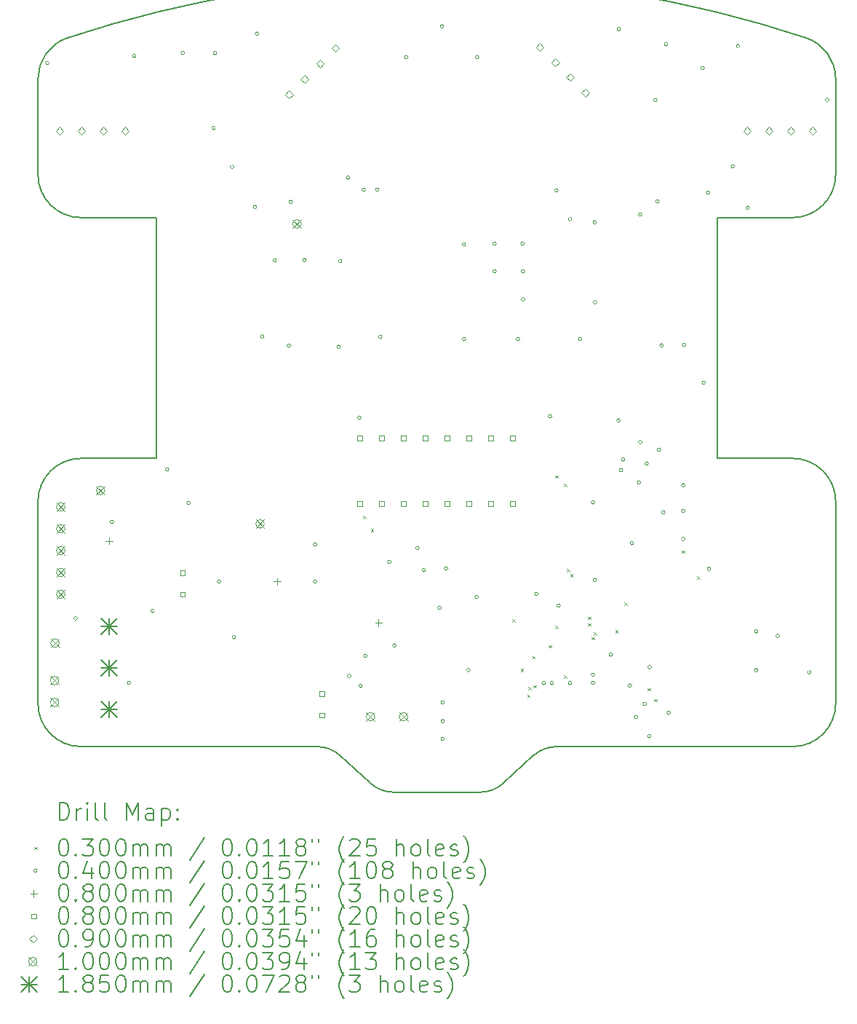
<source format=gbr>
%TF.GenerationSoftware,KiCad,Pcbnew,8.0.6*%
%TF.CreationDate,2025-03-26T21:52:28-07:00*%
%TF.ProjectId,rezq_rev3,72657a71-5f72-4657-9633-2e6b69636164,rev?*%
%TF.SameCoordinates,Original*%
%TF.FileFunction,Drillmap*%
%TF.FilePolarity,Positive*%
%FSLAX45Y45*%
G04 Gerber Fmt 4.5, Leading zero omitted, Abs format (unit mm)*
G04 Created by KiCad (PCBNEW 8.0.6) date 2025-03-26 21:52:28*
%MOMM*%
%LPD*%
G01*
G04 APERTURE LIST*
%ADD10C,0.200000*%
%ADD11C,0.100000*%
%ADD12C,0.185000*%
G04 APERTURE END LIST*
D10*
X24099110Y-15638720D02*
G75*
G02*
X24599110Y-16138720I0J-500000D01*
G01*
X15815360Y-18988720D02*
G75*
G02*
X15315360Y-18488720I0J500000D01*
G01*
X23219110Y-12838720D02*
X24099110Y-12838720D01*
X16695360Y-15638720D02*
X16695360Y-12838720D01*
X20730400Y-19414540D02*
G75*
G02*
X20461159Y-19518719I-269240J295820D01*
G01*
X15815360Y-15638720D02*
X16695360Y-15638720D01*
X24099110Y-15638720D02*
X23219110Y-15638720D01*
X20461159Y-19518720D02*
X19453310Y-19518720D01*
X18830678Y-19092900D02*
X19184582Y-19415006D01*
X15658008Y-10750565D02*
G75*
G02*
X24256462Y-10750565I4299227J-12967076D01*
G01*
X18561440Y-18988720D02*
X15815360Y-18988720D01*
X15315360Y-11225160D02*
G75*
G02*
X15658008Y-10750565I500000J0D01*
G01*
X21354396Y-18988720D02*
X24099110Y-18988720D01*
X16695360Y-12838720D02*
X15815360Y-12838720D01*
X24256462Y-10750565D02*
G75*
G02*
X24599110Y-11225160I-157352J-474595D01*
G01*
X15315360Y-16138720D02*
X15315360Y-18488720D01*
X21083787Y-19092905D02*
G75*
G02*
X21354396Y-18988723I269253J-295835D01*
G01*
X15315360Y-12338720D02*
X15315360Y-11225160D01*
X24599110Y-12338720D02*
G75*
G02*
X24099110Y-12838720I-500000J0D01*
G01*
X15815360Y-12838720D02*
G75*
G02*
X15315360Y-12338720I0J500000D01*
G01*
X24599110Y-12338720D02*
X24599110Y-11225160D01*
X24599110Y-18488720D02*
G75*
G02*
X24099110Y-18988720I-500000J0D01*
G01*
X20730400Y-19414540D02*
X21083787Y-19092905D01*
X15315360Y-16138720D02*
G75*
G02*
X15815360Y-15638720I500000J0D01*
G01*
X18561440Y-18988720D02*
G75*
G02*
X18830677Y-19092900I0J-399990D01*
G01*
X19453310Y-19518720D02*
G75*
G02*
X19184582Y-19415006I0J400000D01*
G01*
X23219110Y-15638720D02*
X23219110Y-12838720D01*
X24599110Y-18488720D02*
X24599110Y-16138720D01*
D11*
X19098500Y-16304500D02*
X19128500Y-16334500D01*
X19128500Y-16304500D02*
X19098500Y-16334500D01*
X19187400Y-16456500D02*
X19217400Y-16486500D01*
X19217400Y-16456500D02*
X19187400Y-16486500D01*
X20835000Y-17510000D02*
X20865000Y-17540000D01*
X20865000Y-17510000D02*
X20835000Y-17540000D01*
X20935000Y-18085000D02*
X20965000Y-18115000D01*
X20965000Y-18085000D02*
X20935000Y-18115000D01*
X21010000Y-18385000D02*
X21040000Y-18415000D01*
X21040000Y-18385000D02*
X21010000Y-18415000D01*
X21024370Y-18295630D02*
X21054370Y-18325630D01*
X21054370Y-18295630D02*
X21024370Y-18325630D01*
X21068750Y-17935000D02*
X21098750Y-17965000D01*
X21098750Y-17935000D02*
X21068750Y-17965000D01*
X21081394Y-18273967D02*
X21111394Y-18303967D01*
X21111394Y-18273967D02*
X21081394Y-18303967D01*
X21260000Y-17810000D02*
X21290000Y-17840000D01*
X21290000Y-17810000D02*
X21260000Y-17840000D01*
X21335000Y-15835000D02*
X21365000Y-15865000D01*
X21365000Y-15835000D02*
X21335000Y-15865000D01*
X21335000Y-17585000D02*
X21365000Y-17615000D01*
X21365000Y-17585000D02*
X21335000Y-17615000D01*
X21435000Y-15935000D02*
X21465000Y-15965000D01*
X21465000Y-15935000D02*
X21435000Y-15965000D01*
X21438500Y-18158929D02*
X21468500Y-18188929D01*
X21468500Y-18158929D02*
X21438500Y-18188929D01*
X21472500Y-16922500D02*
X21502500Y-16952500D01*
X21502500Y-16922500D02*
X21472500Y-16952500D01*
X21510000Y-16985000D02*
X21540000Y-17015000D01*
X21540000Y-16985000D02*
X21510000Y-17015000D01*
X21715297Y-17479703D02*
X21745297Y-17509703D01*
X21745297Y-17479703D02*
X21715297Y-17509703D01*
X21715674Y-17554326D02*
X21745674Y-17584326D01*
X21745674Y-17554326D02*
X21715674Y-17584326D01*
X21760000Y-17716569D02*
X21790000Y-17746569D01*
X21790000Y-17716569D02*
X21760000Y-17746569D01*
X21785000Y-17660000D02*
X21815000Y-17690000D01*
X21815000Y-17660000D02*
X21785000Y-17690000D01*
X22035000Y-17635000D02*
X22065000Y-17665000D01*
X22065000Y-17635000D02*
X22035000Y-17665000D01*
X22140550Y-17315550D02*
X22170550Y-17345550D01*
X22170550Y-17315550D02*
X22140550Y-17345550D01*
X22410000Y-18310000D02*
X22440000Y-18340000D01*
X22440000Y-18310000D02*
X22410000Y-18340000D01*
X22485000Y-18435000D02*
X22515000Y-18465000D01*
X22515000Y-18435000D02*
X22485000Y-18465000D01*
X22810000Y-16710000D02*
X22840000Y-16740000D01*
X22840000Y-16710000D02*
X22810000Y-16740000D01*
X22985000Y-17010000D02*
X23015000Y-17040000D01*
X23015000Y-17010000D02*
X22985000Y-17040000D01*
X15444000Y-11041000D02*
G75*
G02*
X15404000Y-11041000I-20000J0D01*
G01*
X15404000Y-11041000D02*
G75*
G02*
X15444000Y-11041000I20000J0D01*
G01*
X15773080Y-17498060D02*
G75*
G02*
X15733080Y-17498060I-20000J0D01*
G01*
X15733080Y-17498060D02*
G75*
G02*
X15773080Y-17498060I20000J0D01*
G01*
X16195000Y-16375000D02*
G75*
G02*
X16155000Y-16375000I-20000J0D01*
G01*
X16155000Y-16375000D02*
G75*
G02*
X16195000Y-16375000I20000J0D01*
G01*
X16395380Y-18247360D02*
G75*
G02*
X16355380Y-18247360I-20000J0D01*
G01*
X16355380Y-18247360D02*
G75*
G02*
X16395380Y-18247360I20000J0D01*
G01*
X16456000Y-10959000D02*
G75*
G02*
X16416000Y-10959000I-20000J0D01*
G01*
X16416000Y-10959000D02*
G75*
G02*
X16456000Y-10959000I20000J0D01*
G01*
X16669700Y-17411700D02*
G75*
G02*
X16629700Y-17411700I-20000J0D01*
G01*
X16629700Y-17411700D02*
G75*
G02*
X16669700Y-17411700I20000J0D01*
G01*
X16837500Y-15767500D02*
G75*
G02*
X16797500Y-15767500I-20000J0D01*
G01*
X16797500Y-15767500D02*
G75*
G02*
X16837500Y-15767500I20000J0D01*
G01*
X17020000Y-10925000D02*
G75*
G02*
X16980000Y-10925000I-20000J0D01*
G01*
X16980000Y-10925000D02*
G75*
G02*
X17020000Y-10925000I20000J0D01*
G01*
X17088800Y-16154400D02*
G75*
G02*
X17048800Y-16154400I-20000J0D01*
G01*
X17048800Y-16154400D02*
G75*
G02*
X17088800Y-16154400I20000J0D01*
G01*
X17380900Y-11798300D02*
G75*
G02*
X17340900Y-11798300I-20000J0D01*
G01*
X17340900Y-11798300D02*
G75*
G02*
X17380900Y-11798300I20000J0D01*
G01*
X17395000Y-10925000D02*
G75*
G02*
X17355000Y-10925000I-20000J0D01*
G01*
X17355000Y-10925000D02*
G75*
G02*
X17395000Y-10925000I20000J0D01*
G01*
X17444400Y-17068800D02*
G75*
G02*
X17404400Y-17068800I-20000J0D01*
G01*
X17404400Y-17068800D02*
G75*
G02*
X17444400Y-17068800I20000J0D01*
G01*
X17595000Y-12250000D02*
G75*
G02*
X17555000Y-12250000I-20000J0D01*
G01*
X17555000Y-12250000D02*
G75*
G02*
X17595000Y-12250000I20000J0D01*
G01*
X17617120Y-17716500D02*
G75*
G02*
X17577120Y-17716500I-20000J0D01*
G01*
X17577120Y-17716500D02*
G75*
G02*
X17617120Y-17716500I20000J0D01*
G01*
X17860960Y-12715240D02*
G75*
G02*
X17820960Y-12715240I-20000J0D01*
G01*
X17820960Y-12715240D02*
G75*
G02*
X17860960Y-12715240I20000J0D01*
G01*
X17883000Y-10701000D02*
G75*
G02*
X17843000Y-10701000I-20000J0D01*
G01*
X17843000Y-10701000D02*
G75*
G02*
X17883000Y-10701000I20000J0D01*
G01*
X17944780Y-14221460D02*
G75*
G02*
X17904780Y-14221460I-20000J0D01*
G01*
X17904780Y-14221460D02*
G75*
G02*
X17944780Y-14221460I20000J0D01*
G01*
X18091000Y-13338000D02*
G75*
G02*
X18051000Y-13338000I-20000J0D01*
G01*
X18051000Y-13338000D02*
G75*
G02*
X18091000Y-13338000I20000J0D01*
G01*
X18257200Y-14325600D02*
G75*
G02*
X18217200Y-14325600I-20000J0D01*
G01*
X18217200Y-14325600D02*
G75*
G02*
X18257200Y-14325600I20000J0D01*
G01*
X18277000Y-12657000D02*
G75*
G02*
X18237000Y-12657000I-20000J0D01*
G01*
X18237000Y-12657000D02*
G75*
G02*
X18277000Y-12657000I20000J0D01*
G01*
X18437000Y-13333000D02*
G75*
G02*
X18397000Y-13333000I-20000J0D01*
G01*
X18397000Y-13333000D02*
G75*
G02*
X18437000Y-13333000I20000J0D01*
G01*
X18562000Y-16637000D02*
G75*
G02*
X18522000Y-16637000I-20000J0D01*
G01*
X18522000Y-16637000D02*
G75*
G02*
X18562000Y-16637000I20000J0D01*
G01*
X18562000Y-17069400D02*
G75*
G02*
X18522000Y-17069400I-20000J0D01*
G01*
X18522000Y-17069400D02*
G75*
G02*
X18562000Y-17069400I20000J0D01*
G01*
X18836320Y-14340840D02*
G75*
G02*
X18796320Y-14340840I-20000J0D01*
G01*
X18796320Y-14340840D02*
G75*
G02*
X18836320Y-14340840I20000J0D01*
G01*
X18853000Y-13346000D02*
G75*
G02*
X18813000Y-13346000I-20000J0D01*
G01*
X18813000Y-13346000D02*
G75*
G02*
X18853000Y-13346000I20000J0D01*
G01*
X18945000Y-12375000D02*
G75*
G02*
X18905000Y-12375000I-20000J0D01*
G01*
X18905000Y-12375000D02*
G75*
G02*
X18945000Y-12375000I20000J0D01*
G01*
X18958240Y-18166080D02*
G75*
G02*
X18918240Y-18166080I-20000J0D01*
G01*
X18918240Y-18166080D02*
G75*
G02*
X18958240Y-18166080I20000J0D01*
G01*
X19073850Y-15163800D02*
G75*
G02*
X19033850Y-15163800I-20000J0D01*
G01*
X19033850Y-15163800D02*
G75*
G02*
X19073850Y-15163800I20000J0D01*
G01*
X19090320Y-18282920D02*
G75*
G02*
X19050320Y-18282920I-20000J0D01*
G01*
X19050320Y-18282920D02*
G75*
G02*
X19090320Y-18282920I20000J0D01*
G01*
X19125000Y-12514000D02*
G75*
G02*
X19085000Y-12514000I-20000J0D01*
G01*
X19085000Y-12514000D02*
G75*
G02*
X19125000Y-12514000I20000J0D01*
G01*
X19146200Y-17932400D02*
G75*
G02*
X19106200Y-17932400I-20000J0D01*
G01*
X19106200Y-17932400D02*
G75*
G02*
X19146200Y-17932400I20000J0D01*
G01*
X19283000Y-12514000D02*
G75*
G02*
X19243000Y-12514000I-20000J0D01*
G01*
X19243000Y-12514000D02*
G75*
G02*
X19283000Y-12514000I20000J0D01*
G01*
X19320000Y-14225000D02*
G75*
G02*
X19280000Y-14225000I-20000J0D01*
G01*
X19280000Y-14225000D02*
G75*
G02*
X19320000Y-14225000I20000J0D01*
G01*
X19425600Y-16840200D02*
G75*
G02*
X19385600Y-16840200I-20000J0D01*
G01*
X19385600Y-16840200D02*
G75*
G02*
X19425600Y-16840200I20000J0D01*
G01*
X19484020Y-17813020D02*
G75*
G02*
X19444020Y-17813020I-20000J0D01*
G01*
X19444020Y-17813020D02*
G75*
G02*
X19484020Y-17813020I20000J0D01*
G01*
X19620000Y-10975000D02*
G75*
G02*
X19580000Y-10975000I-20000J0D01*
G01*
X19580000Y-10975000D02*
G75*
G02*
X19620000Y-10975000I20000J0D01*
G01*
X19751708Y-16681707D02*
G75*
G02*
X19711708Y-16681707I-20000J0D01*
G01*
X19711708Y-16681707D02*
G75*
G02*
X19751708Y-16681707I20000J0D01*
G01*
X19826920Y-16936720D02*
G75*
G02*
X19786920Y-16936720I-20000J0D01*
G01*
X19786920Y-16936720D02*
G75*
G02*
X19826920Y-16936720I20000J0D01*
G01*
X20009800Y-17373600D02*
G75*
G02*
X19969800Y-17373600I-20000J0D01*
G01*
X19969800Y-17373600D02*
G75*
G02*
X20009800Y-17373600I20000J0D01*
G01*
X20038300Y-10616163D02*
G75*
G02*
X19998300Y-10616163I-20000J0D01*
G01*
X19998300Y-10616163D02*
G75*
G02*
X20038300Y-10616163I20000J0D01*
G01*
X20045000Y-18475000D02*
G75*
G02*
X20005000Y-18475000I-20000J0D01*
G01*
X20005000Y-18475000D02*
G75*
G02*
X20045000Y-18475000I20000J0D01*
G01*
X20045000Y-18694400D02*
G75*
G02*
X20005000Y-18694400I-20000J0D01*
G01*
X20005000Y-18694400D02*
G75*
G02*
X20045000Y-18694400I20000J0D01*
G01*
X20045000Y-18900000D02*
G75*
G02*
X20005000Y-18900000I-20000J0D01*
G01*
X20005000Y-18900000D02*
G75*
G02*
X20045000Y-18900000I20000J0D01*
G01*
X20086000Y-16916400D02*
G75*
G02*
X20046000Y-16916400I-20000J0D01*
G01*
X20046000Y-16916400D02*
G75*
G02*
X20086000Y-16916400I20000J0D01*
G01*
X20291740Y-13149580D02*
G75*
G02*
X20251740Y-13149580I-20000J0D01*
G01*
X20251740Y-13149580D02*
G75*
G02*
X20291740Y-13149580I20000J0D01*
G01*
X20295000Y-14250000D02*
G75*
G02*
X20255000Y-14250000I-20000J0D01*
G01*
X20255000Y-14250000D02*
G75*
G02*
X20295000Y-14250000I20000J0D01*
G01*
X20345000Y-18100000D02*
G75*
G02*
X20305000Y-18100000I-20000J0D01*
G01*
X20305000Y-18100000D02*
G75*
G02*
X20345000Y-18100000I20000J0D01*
G01*
X20441600Y-17246600D02*
G75*
G02*
X20401600Y-17246600I-20000J0D01*
G01*
X20401600Y-17246600D02*
G75*
G02*
X20441600Y-17246600I20000J0D01*
G01*
X20445000Y-10975000D02*
G75*
G02*
X20405000Y-10975000I-20000J0D01*
G01*
X20405000Y-10975000D02*
G75*
G02*
X20445000Y-10975000I20000J0D01*
G01*
X20649880Y-13141960D02*
G75*
G02*
X20609880Y-13141960I-20000J0D01*
G01*
X20609880Y-13141960D02*
G75*
G02*
X20649880Y-13141960I20000J0D01*
G01*
X20649880Y-13464540D02*
G75*
G02*
X20609880Y-13464540I-20000J0D01*
G01*
X20609880Y-13464540D02*
G75*
G02*
X20649880Y-13464540I20000J0D01*
G01*
X20920000Y-14250000D02*
G75*
G02*
X20880000Y-14250000I-20000J0D01*
G01*
X20880000Y-14250000D02*
G75*
G02*
X20920000Y-14250000I20000J0D01*
G01*
X20975000Y-13141960D02*
G75*
G02*
X20935000Y-13141960I-20000J0D01*
G01*
X20935000Y-13141960D02*
G75*
G02*
X20975000Y-13141960I20000J0D01*
G01*
X20980080Y-13464540D02*
G75*
G02*
X20940080Y-13464540I-20000J0D01*
G01*
X20940080Y-13464540D02*
G75*
G02*
X20980080Y-13464540I20000J0D01*
G01*
X20980080Y-13789660D02*
G75*
G02*
X20940080Y-13789660I-20000J0D01*
G01*
X20940080Y-13789660D02*
G75*
G02*
X20980080Y-13789660I20000J0D01*
G01*
X21135375Y-17215375D02*
G75*
G02*
X21095375Y-17215375I-20000J0D01*
G01*
X21095375Y-17215375D02*
G75*
G02*
X21135375Y-17215375I20000J0D01*
G01*
X21223500Y-18250000D02*
G75*
G02*
X21183500Y-18250000I-20000J0D01*
G01*
X21183500Y-18250000D02*
G75*
G02*
X21223500Y-18250000I20000J0D01*
G01*
X21295000Y-15150000D02*
G75*
G02*
X21255000Y-15150000I-20000J0D01*
G01*
X21255000Y-15150000D02*
G75*
G02*
X21295000Y-15150000I20000J0D01*
G01*
X21316500Y-18250000D02*
G75*
G02*
X21276500Y-18250000I-20000J0D01*
G01*
X21276500Y-18250000D02*
G75*
G02*
X21316500Y-18250000I20000J0D01*
G01*
X21370000Y-12522000D02*
G75*
G02*
X21330000Y-12522000I-20000J0D01*
G01*
X21330000Y-12522000D02*
G75*
G02*
X21370000Y-12522000I20000J0D01*
G01*
X21395000Y-17350000D02*
G75*
G02*
X21355000Y-17350000I-20000J0D01*
G01*
X21355000Y-17350000D02*
G75*
G02*
X21395000Y-17350000I20000J0D01*
G01*
X21527000Y-18250000D02*
G75*
G02*
X21487000Y-18250000I-20000J0D01*
G01*
X21487000Y-18250000D02*
G75*
G02*
X21527000Y-18250000I20000J0D01*
G01*
X21527984Y-12857984D02*
G75*
G02*
X21487984Y-12857984I-20000J0D01*
G01*
X21487984Y-12857984D02*
G75*
G02*
X21527984Y-12857984I20000J0D01*
G01*
X21645000Y-14250000D02*
G75*
G02*
X21605000Y-14250000I-20000J0D01*
G01*
X21605000Y-14250000D02*
G75*
G02*
X21645000Y-14250000I20000J0D01*
G01*
X21792688Y-18152312D02*
G75*
G02*
X21752688Y-18152312I-20000J0D01*
G01*
X21752688Y-18152312D02*
G75*
G02*
X21792688Y-18152312I20000J0D01*
G01*
X21795000Y-16150000D02*
G75*
G02*
X21755000Y-16150000I-20000J0D01*
G01*
X21755000Y-16150000D02*
G75*
G02*
X21795000Y-16150000I20000J0D01*
G01*
X21795645Y-18245266D02*
G75*
G02*
X21755645Y-18245266I-20000J0D01*
G01*
X21755645Y-18245266D02*
G75*
G02*
X21795645Y-18245266I20000J0D01*
G01*
X21813200Y-12893040D02*
G75*
G02*
X21773200Y-12893040I-20000J0D01*
G01*
X21773200Y-12893040D02*
G75*
G02*
X21813200Y-12893040I20000J0D01*
G01*
X21817000Y-17050000D02*
G75*
G02*
X21777000Y-17050000I-20000J0D01*
G01*
X21777000Y-17050000D02*
G75*
G02*
X21817000Y-17050000I20000J0D01*
G01*
X21820820Y-13822680D02*
G75*
G02*
X21780820Y-13822680I-20000J0D01*
G01*
X21780820Y-13822680D02*
G75*
G02*
X21820820Y-13822680I20000J0D01*
G01*
X22002000Y-17919589D02*
G75*
G02*
X21962000Y-17919589I-20000J0D01*
G01*
X21962000Y-17919589D02*
G75*
G02*
X22002000Y-17919589I20000J0D01*
G01*
X22091577Y-15196846D02*
G75*
G02*
X22051577Y-15196846I-20000J0D01*
G01*
X22051577Y-15196846D02*
G75*
G02*
X22091577Y-15196846I20000J0D01*
G01*
X22095000Y-10647000D02*
G75*
G02*
X22055000Y-10647000I-20000J0D01*
G01*
X22055000Y-10647000D02*
G75*
G02*
X22095000Y-10647000I20000J0D01*
G01*
X22120000Y-15775000D02*
G75*
G02*
X22080000Y-15775000I-20000J0D01*
G01*
X22080000Y-15775000D02*
G75*
G02*
X22120000Y-15775000I20000J0D01*
G01*
X22145000Y-15650000D02*
G75*
G02*
X22105000Y-15650000I-20000J0D01*
G01*
X22105000Y-15650000D02*
G75*
G02*
X22145000Y-15650000I20000J0D01*
G01*
X22223916Y-18278916D02*
G75*
G02*
X22183916Y-18278916I-20000J0D01*
G01*
X22183916Y-18278916D02*
G75*
G02*
X22223916Y-18278916I20000J0D01*
G01*
X22248500Y-16625000D02*
G75*
G02*
X22208500Y-16625000I-20000J0D01*
G01*
X22208500Y-16625000D02*
G75*
G02*
X22248500Y-16625000I20000J0D01*
G01*
X22295800Y-18643600D02*
G75*
G02*
X22255800Y-18643600I-20000J0D01*
G01*
X22255800Y-18643600D02*
G75*
G02*
X22295800Y-18643600I20000J0D01*
G01*
X22331000Y-15917917D02*
G75*
G02*
X22291000Y-15917917I-20000J0D01*
G01*
X22291000Y-15917917D02*
G75*
G02*
X22331000Y-15917917I20000J0D01*
G01*
X22344060Y-12804140D02*
G75*
G02*
X22304060Y-12804140I-20000J0D01*
G01*
X22304060Y-12804140D02*
G75*
G02*
X22344060Y-12804140I20000J0D01*
G01*
X22344732Y-15450000D02*
G75*
G02*
X22304732Y-15450000I-20000J0D01*
G01*
X22304732Y-15450000D02*
G75*
G02*
X22344732Y-15450000I20000J0D01*
G01*
X22397400Y-18491200D02*
G75*
G02*
X22357400Y-18491200I-20000J0D01*
G01*
X22357400Y-18491200D02*
G75*
G02*
X22397400Y-18491200I20000J0D01*
G01*
X22420000Y-15700000D02*
G75*
G02*
X22380000Y-15700000I-20000J0D01*
G01*
X22380000Y-15700000D02*
G75*
G02*
X22420000Y-15700000I20000J0D01*
G01*
X22448200Y-18868220D02*
G75*
G02*
X22408200Y-18868220I-20000J0D01*
G01*
X22408200Y-18868220D02*
G75*
G02*
X22448200Y-18868220I20000J0D01*
G01*
X22453643Y-18066357D02*
G75*
G02*
X22413643Y-18066357I-20000J0D01*
G01*
X22413643Y-18066357D02*
G75*
G02*
X22453643Y-18066357I20000J0D01*
G01*
X22520000Y-11475000D02*
G75*
G02*
X22480000Y-11475000I-20000J0D01*
G01*
X22480000Y-11475000D02*
G75*
G02*
X22520000Y-11475000I20000J0D01*
G01*
X22545000Y-12650000D02*
G75*
G02*
X22505000Y-12650000I-20000J0D01*
G01*
X22505000Y-12650000D02*
G75*
G02*
X22545000Y-12650000I20000J0D01*
G01*
X22563000Y-15537500D02*
G75*
G02*
X22523000Y-15537500I-20000J0D01*
G01*
X22523000Y-15537500D02*
G75*
G02*
X22563000Y-15537500I20000J0D01*
G01*
X22592980Y-14325600D02*
G75*
G02*
X22552980Y-14325600I-20000J0D01*
G01*
X22552980Y-14325600D02*
G75*
G02*
X22592980Y-14325600I20000J0D01*
G01*
X22613000Y-16265326D02*
G75*
G02*
X22573000Y-16265326I-20000J0D01*
G01*
X22573000Y-16265326D02*
G75*
G02*
X22613000Y-16265326I20000J0D01*
G01*
X22645000Y-10825000D02*
G75*
G02*
X22605000Y-10825000I-20000J0D01*
G01*
X22605000Y-10825000D02*
G75*
G02*
X22645000Y-10825000I20000J0D01*
G01*
X22676800Y-18592800D02*
G75*
G02*
X22636800Y-18592800I-20000J0D01*
G01*
X22636800Y-18592800D02*
G75*
G02*
X22676800Y-18592800I20000J0D01*
G01*
X22845000Y-15950000D02*
G75*
G02*
X22805000Y-15950000I-20000J0D01*
G01*
X22805000Y-15950000D02*
G75*
G02*
X22845000Y-15950000I20000J0D01*
G01*
X22845000Y-16250000D02*
G75*
G02*
X22805000Y-16250000I-20000J0D01*
G01*
X22805000Y-16250000D02*
G75*
G02*
X22845000Y-16250000I20000J0D01*
G01*
X22845000Y-16575000D02*
G75*
G02*
X22805000Y-16575000I-20000J0D01*
G01*
X22805000Y-16575000D02*
G75*
G02*
X22845000Y-16575000I20000J0D01*
G01*
X22854600Y-14320520D02*
G75*
G02*
X22814600Y-14320520I-20000J0D01*
G01*
X22814600Y-14320520D02*
G75*
G02*
X22854600Y-14320520I20000J0D01*
G01*
X23070000Y-11100000D02*
G75*
G02*
X23030000Y-11100000I-20000J0D01*
G01*
X23030000Y-11100000D02*
G75*
G02*
X23070000Y-11100000I20000J0D01*
G01*
X23083200Y-14757400D02*
G75*
G02*
X23043200Y-14757400I-20000J0D01*
G01*
X23043200Y-14757400D02*
G75*
G02*
X23083200Y-14757400I20000J0D01*
G01*
X23134000Y-12547600D02*
G75*
G02*
X23094000Y-12547600I-20000J0D01*
G01*
X23094000Y-12547600D02*
G75*
G02*
X23134000Y-12547600I20000J0D01*
G01*
X23145000Y-16925000D02*
G75*
G02*
X23105000Y-16925000I-20000J0D01*
G01*
X23105000Y-16925000D02*
G75*
G02*
X23145000Y-16925000I20000J0D01*
G01*
X23420000Y-12243750D02*
G75*
G02*
X23380000Y-12243750I-20000J0D01*
G01*
X23380000Y-12243750D02*
G75*
G02*
X23420000Y-12243750I20000J0D01*
G01*
X23481000Y-10844000D02*
G75*
G02*
X23441000Y-10844000I-20000J0D01*
G01*
X23441000Y-10844000D02*
G75*
G02*
X23481000Y-10844000I20000J0D01*
G01*
X23595000Y-12725000D02*
G75*
G02*
X23555000Y-12725000I-20000J0D01*
G01*
X23555000Y-12725000D02*
G75*
G02*
X23595000Y-12725000I20000J0D01*
G01*
X23695000Y-17650000D02*
G75*
G02*
X23655000Y-17650000I-20000J0D01*
G01*
X23655000Y-17650000D02*
G75*
G02*
X23695000Y-17650000I20000J0D01*
G01*
X23695000Y-18100000D02*
G75*
G02*
X23655000Y-18100000I-20000J0D01*
G01*
X23655000Y-18100000D02*
G75*
G02*
X23695000Y-18100000I20000J0D01*
G01*
X23945000Y-17700000D02*
G75*
G02*
X23905000Y-17700000I-20000J0D01*
G01*
X23905000Y-17700000D02*
G75*
G02*
X23945000Y-17700000I20000J0D01*
G01*
X24311500Y-18125000D02*
G75*
G02*
X24271500Y-18125000I-20000J0D01*
G01*
X24271500Y-18125000D02*
G75*
G02*
X24311500Y-18125000I20000J0D01*
G01*
X24521000Y-11469000D02*
G75*
G02*
X24481000Y-11469000I-20000J0D01*
G01*
X24481000Y-11469000D02*
G75*
G02*
X24521000Y-11469000I20000J0D01*
G01*
X16145000Y-16557500D02*
X16145000Y-16637500D01*
X16105000Y-16597500D02*
X16185000Y-16597500D01*
X18100000Y-17029400D02*
X18100000Y-17109400D01*
X18060000Y-17069400D02*
X18140000Y-17069400D01*
X19278600Y-17510000D02*
X19278600Y-17590000D01*
X19238600Y-17550000D02*
X19318600Y-17550000D01*
X17028085Y-16997685D02*
X17028085Y-16941116D01*
X16971516Y-16941116D01*
X16971516Y-16997685D01*
X17028085Y-16997685D01*
X17028085Y-17247685D02*
X17028085Y-17191116D01*
X16971516Y-17191116D01*
X16971516Y-17247685D01*
X17028085Y-17247685D01*
X18648585Y-18401947D02*
X18648585Y-18345378D01*
X18592016Y-18345378D01*
X18592016Y-18401947D01*
X18648585Y-18401947D01*
X18648585Y-18651947D02*
X18648585Y-18595378D01*
X18592016Y-18595378D01*
X18592016Y-18651947D01*
X18648585Y-18651947D01*
X19090985Y-15433384D02*
X19090985Y-15376815D01*
X19034416Y-15376815D01*
X19034416Y-15433384D01*
X19090985Y-15433384D01*
X19090985Y-16195384D02*
X19090985Y-16138815D01*
X19034416Y-16138815D01*
X19034416Y-16195384D01*
X19090985Y-16195384D01*
X19344985Y-15433384D02*
X19344985Y-15376815D01*
X19288416Y-15376815D01*
X19288416Y-15433384D01*
X19344985Y-15433384D01*
X19344985Y-16195384D02*
X19344985Y-16138815D01*
X19288416Y-16138815D01*
X19288416Y-16195384D01*
X19344985Y-16195384D01*
X19598985Y-15433384D02*
X19598985Y-15376815D01*
X19542416Y-15376815D01*
X19542416Y-15433384D01*
X19598985Y-15433384D01*
X19598985Y-16195384D02*
X19598985Y-16138815D01*
X19542416Y-16138815D01*
X19542416Y-16195384D01*
X19598985Y-16195384D01*
X19852985Y-15433384D02*
X19852985Y-15376815D01*
X19796416Y-15376815D01*
X19796416Y-15433384D01*
X19852985Y-15433384D01*
X19852985Y-16195384D02*
X19852985Y-16138815D01*
X19796416Y-16138815D01*
X19796416Y-16195384D01*
X19852985Y-16195384D01*
X20106985Y-15433384D02*
X20106985Y-15376815D01*
X20050416Y-15376815D01*
X20050416Y-15433384D01*
X20106985Y-15433384D01*
X20106985Y-16195384D02*
X20106985Y-16138815D01*
X20050416Y-16138815D01*
X20050416Y-16195384D01*
X20106985Y-16195384D01*
X20360985Y-15433384D02*
X20360985Y-15376815D01*
X20304416Y-15376815D01*
X20304416Y-15433384D01*
X20360985Y-15433384D01*
X20360985Y-16195384D02*
X20360985Y-16138815D01*
X20304416Y-16138815D01*
X20304416Y-16195384D01*
X20360985Y-16195384D01*
X20614985Y-15433384D02*
X20614985Y-15376815D01*
X20558416Y-15376815D01*
X20558416Y-15433384D01*
X20614985Y-15433384D01*
X20614985Y-16195384D02*
X20614985Y-16138815D01*
X20558416Y-16138815D01*
X20558416Y-16195384D01*
X20614985Y-16195384D01*
X20868985Y-15433384D02*
X20868985Y-15376815D01*
X20812416Y-15376815D01*
X20812416Y-15433384D01*
X20868985Y-15433384D01*
X20868985Y-16195384D02*
X20868985Y-16138815D01*
X20812416Y-16138815D01*
X20812416Y-16195384D01*
X20868985Y-16195384D01*
X15569360Y-11875720D02*
X15614360Y-11830720D01*
X15569360Y-11785720D01*
X15524360Y-11830720D01*
X15569360Y-11875720D01*
X15823360Y-11875720D02*
X15868360Y-11830720D01*
X15823360Y-11785720D01*
X15778360Y-11830720D01*
X15823360Y-11875720D01*
X16077360Y-11875720D02*
X16122360Y-11830720D01*
X16077360Y-11785720D01*
X16032360Y-11830720D01*
X16077360Y-11875720D01*
X16331360Y-11875720D02*
X16376360Y-11830720D01*
X16331360Y-11785720D01*
X16286360Y-11830720D01*
X16331360Y-11875720D01*
X18238695Y-11453605D02*
X18283695Y-11408605D01*
X18238695Y-11363605D01*
X18193695Y-11408605D01*
X18238695Y-11453605D01*
X18418300Y-11274000D02*
X18463300Y-11229000D01*
X18418300Y-11184000D01*
X18373300Y-11229000D01*
X18418300Y-11274000D01*
X18597905Y-11094395D02*
X18642905Y-11049395D01*
X18597905Y-11004395D01*
X18552905Y-11049395D01*
X18597905Y-11094395D01*
X18777510Y-10914790D02*
X18822510Y-10869790D01*
X18777510Y-10824790D01*
X18732510Y-10869790D01*
X18777510Y-10914790D01*
X21156395Y-10901695D02*
X21201395Y-10856695D01*
X21156395Y-10811695D01*
X21111395Y-10856695D01*
X21156395Y-10901695D01*
X21336000Y-11081300D02*
X21381000Y-11036300D01*
X21336000Y-10991300D01*
X21291000Y-11036300D01*
X21336000Y-11081300D01*
X21507984Y-11253284D02*
X21552984Y-11208284D01*
X21507984Y-11163284D01*
X21462984Y-11208284D01*
X21507984Y-11253284D01*
X21687589Y-11432889D02*
X21732589Y-11387889D01*
X21687589Y-11342889D01*
X21642589Y-11387889D01*
X21687589Y-11432889D01*
X23570360Y-11875720D02*
X23615360Y-11830720D01*
X23570360Y-11785720D01*
X23525360Y-11830720D01*
X23570360Y-11875720D01*
X23824360Y-11875720D02*
X23869360Y-11830720D01*
X23824360Y-11785720D01*
X23779360Y-11830720D01*
X23824360Y-11875720D01*
X24078360Y-11875720D02*
X24123360Y-11830720D01*
X24078360Y-11785720D01*
X24033360Y-11830720D01*
X24078360Y-11875720D01*
X24332360Y-11875720D02*
X24377360Y-11830720D01*
X24332360Y-11785720D01*
X24287360Y-11830720D01*
X24332360Y-11875720D01*
X15458800Y-18171000D02*
X15558800Y-18271000D01*
X15558800Y-18171000D02*
X15458800Y-18271000D01*
X15558800Y-18221000D02*
G75*
G02*
X15458800Y-18221000I-50000J0D01*
G01*
X15458800Y-18221000D02*
G75*
G02*
X15558800Y-18221000I50000J0D01*
G01*
X15458800Y-18425000D02*
X15558800Y-18525000D01*
X15558800Y-18425000D02*
X15458800Y-18525000D01*
X15558800Y-18475000D02*
G75*
G02*
X15458800Y-18475000I-50000J0D01*
G01*
X15458800Y-18475000D02*
G75*
G02*
X15558800Y-18475000I50000J0D01*
G01*
X15464000Y-17735000D02*
X15564000Y-17835000D01*
X15564000Y-17735000D02*
X15464000Y-17835000D01*
X15564000Y-17785000D02*
G75*
G02*
X15464000Y-17785000I-50000J0D01*
G01*
X15464000Y-17785000D02*
G75*
G02*
X15564000Y-17785000I50000J0D01*
G01*
X15530360Y-16152660D02*
X15630360Y-16252660D01*
X15630360Y-16152660D02*
X15530360Y-16252660D01*
X15630360Y-16202660D02*
G75*
G02*
X15530360Y-16202660I-50000J0D01*
G01*
X15530360Y-16202660D02*
G75*
G02*
X15630360Y-16202660I50000J0D01*
G01*
X15530360Y-16406660D02*
X15630360Y-16506660D01*
X15630360Y-16406660D02*
X15530360Y-16506660D01*
X15630360Y-16456660D02*
G75*
G02*
X15530360Y-16456660I-50000J0D01*
G01*
X15530360Y-16456660D02*
G75*
G02*
X15630360Y-16456660I50000J0D01*
G01*
X15530360Y-16660660D02*
X15630360Y-16760660D01*
X15630360Y-16660660D02*
X15530360Y-16760660D01*
X15630360Y-16710660D02*
G75*
G02*
X15530360Y-16710660I-50000J0D01*
G01*
X15530360Y-16710660D02*
G75*
G02*
X15630360Y-16710660I50000J0D01*
G01*
X15530360Y-16914660D02*
X15630360Y-17014660D01*
X15630360Y-16914660D02*
X15530360Y-17014660D01*
X15630360Y-16964660D02*
G75*
G02*
X15530360Y-16964660I-50000J0D01*
G01*
X15530360Y-16964660D02*
G75*
G02*
X15630360Y-16964660I50000J0D01*
G01*
X15530360Y-17168660D02*
X15630360Y-17268660D01*
X15630360Y-17168660D02*
X15530360Y-17268660D01*
X15630360Y-17218660D02*
G75*
G02*
X15530360Y-17218660I-50000J0D01*
G01*
X15530360Y-17218660D02*
G75*
G02*
X15630360Y-17218660I50000J0D01*
G01*
X15993000Y-15962000D02*
X16093000Y-16062000D01*
X16093000Y-15962000D02*
X15993000Y-16062000D01*
X16093000Y-16012000D02*
G75*
G02*
X15993000Y-16012000I-50000J0D01*
G01*
X15993000Y-16012000D02*
G75*
G02*
X16093000Y-16012000I50000J0D01*
G01*
X17850000Y-16350000D02*
X17950000Y-16450000D01*
X17950000Y-16350000D02*
X17850000Y-16450000D01*
X17950000Y-16400000D02*
G75*
G02*
X17850000Y-16400000I-50000J0D01*
G01*
X17850000Y-16400000D02*
G75*
G02*
X17950000Y-16400000I50000J0D01*
G01*
X18280000Y-12863000D02*
X18380000Y-12963000D01*
X18380000Y-12863000D02*
X18280000Y-12963000D01*
X18380000Y-12913000D02*
G75*
G02*
X18280000Y-12913000I-50000J0D01*
G01*
X18280000Y-12913000D02*
G75*
G02*
X18380000Y-12913000I50000J0D01*
G01*
X19136000Y-18592000D02*
X19236000Y-18692000D01*
X19236000Y-18592000D02*
X19136000Y-18692000D01*
X19236000Y-18642000D02*
G75*
G02*
X19136000Y-18642000I-50000J0D01*
G01*
X19136000Y-18642000D02*
G75*
G02*
X19236000Y-18642000I50000J0D01*
G01*
X19520000Y-18592000D02*
X19620000Y-18692000D01*
X19620000Y-18592000D02*
X19520000Y-18692000D01*
X19620000Y-18642000D02*
G75*
G02*
X19520000Y-18642000I-50000J0D01*
G01*
X19520000Y-18642000D02*
G75*
G02*
X19620000Y-18642000I50000J0D01*
G01*
D12*
X16051300Y-17497700D02*
X16236300Y-17682700D01*
X16236300Y-17497700D02*
X16051300Y-17682700D01*
X16143800Y-17497700D02*
X16143800Y-17682700D01*
X16051300Y-17590200D02*
X16236300Y-17590200D01*
X16051300Y-17980300D02*
X16236300Y-18165300D01*
X16236300Y-17980300D02*
X16051300Y-18165300D01*
X16143800Y-17980300D02*
X16143800Y-18165300D01*
X16051300Y-18072800D02*
X16236300Y-18072800D01*
X16051300Y-18462900D02*
X16236300Y-18647900D01*
X16236300Y-18462900D02*
X16051300Y-18647900D01*
X16143800Y-18462900D02*
X16143800Y-18647900D01*
X16051300Y-18555400D02*
X16236300Y-18555400D01*
D10*
X15566137Y-19840204D02*
X15566137Y-19640204D01*
X15566137Y-19640204D02*
X15613756Y-19640204D01*
X15613756Y-19640204D02*
X15642327Y-19649728D01*
X15642327Y-19649728D02*
X15661375Y-19668775D01*
X15661375Y-19668775D02*
X15670899Y-19687823D01*
X15670899Y-19687823D02*
X15680422Y-19725918D01*
X15680422Y-19725918D02*
X15680422Y-19754490D01*
X15680422Y-19754490D02*
X15670899Y-19792585D01*
X15670899Y-19792585D02*
X15661375Y-19811632D01*
X15661375Y-19811632D02*
X15642327Y-19830680D01*
X15642327Y-19830680D02*
X15613756Y-19840204D01*
X15613756Y-19840204D02*
X15566137Y-19840204D01*
X15766137Y-19840204D02*
X15766137Y-19706870D01*
X15766137Y-19744966D02*
X15775661Y-19725918D01*
X15775661Y-19725918D02*
X15785184Y-19716394D01*
X15785184Y-19716394D02*
X15804232Y-19706870D01*
X15804232Y-19706870D02*
X15823280Y-19706870D01*
X15889946Y-19840204D02*
X15889946Y-19706870D01*
X15889946Y-19640204D02*
X15880422Y-19649728D01*
X15880422Y-19649728D02*
X15889946Y-19659251D01*
X15889946Y-19659251D02*
X15899470Y-19649728D01*
X15899470Y-19649728D02*
X15889946Y-19640204D01*
X15889946Y-19640204D02*
X15889946Y-19659251D01*
X16013756Y-19840204D02*
X15994708Y-19830680D01*
X15994708Y-19830680D02*
X15985184Y-19811632D01*
X15985184Y-19811632D02*
X15985184Y-19640204D01*
X16118518Y-19840204D02*
X16099470Y-19830680D01*
X16099470Y-19830680D02*
X16089946Y-19811632D01*
X16089946Y-19811632D02*
X16089946Y-19640204D01*
X16347089Y-19840204D02*
X16347089Y-19640204D01*
X16347089Y-19640204D02*
X16413756Y-19783061D01*
X16413756Y-19783061D02*
X16480422Y-19640204D01*
X16480422Y-19640204D02*
X16480422Y-19840204D01*
X16661375Y-19840204D02*
X16661375Y-19735442D01*
X16661375Y-19735442D02*
X16651851Y-19716394D01*
X16651851Y-19716394D02*
X16632803Y-19706870D01*
X16632803Y-19706870D02*
X16594708Y-19706870D01*
X16594708Y-19706870D02*
X16575661Y-19716394D01*
X16661375Y-19830680D02*
X16642327Y-19840204D01*
X16642327Y-19840204D02*
X16594708Y-19840204D01*
X16594708Y-19840204D02*
X16575661Y-19830680D01*
X16575661Y-19830680D02*
X16566137Y-19811632D01*
X16566137Y-19811632D02*
X16566137Y-19792585D01*
X16566137Y-19792585D02*
X16575661Y-19773537D01*
X16575661Y-19773537D02*
X16594708Y-19764013D01*
X16594708Y-19764013D02*
X16642327Y-19764013D01*
X16642327Y-19764013D02*
X16661375Y-19754490D01*
X16756613Y-19706870D02*
X16756613Y-19906870D01*
X16756613Y-19716394D02*
X16775661Y-19706870D01*
X16775661Y-19706870D02*
X16813756Y-19706870D01*
X16813756Y-19706870D02*
X16832804Y-19716394D01*
X16832804Y-19716394D02*
X16842327Y-19725918D01*
X16842327Y-19725918D02*
X16851851Y-19744966D01*
X16851851Y-19744966D02*
X16851851Y-19802109D01*
X16851851Y-19802109D02*
X16842327Y-19821156D01*
X16842327Y-19821156D02*
X16832804Y-19830680D01*
X16832804Y-19830680D02*
X16813756Y-19840204D01*
X16813756Y-19840204D02*
X16775661Y-19840204D01*
X16775661Y-19840204D02*
X16756613Y-19830680D01*
X16937565Y-19821156D02*
X16947089Y-19830680D01*
X16947089Y-19830680D02*
X16937565Y-19840204D01*
X16937565Y-19840204D02*
X16928042Y-19830680D01*
X16928042Y-19830680D02*
X16937565Y-19821156D01*
X16937565Y-19821156D02*
X16937565Y-19840204D01*
X16937565Y-19716394D02*
X16947089Y-19725918D01*
X16947089Y-19725918D02*
X16937565Y-19735442D01*
X16937565Y-19735442D02*
X16928042Y-19725918D01*
X16928042Y-19725918D02*
X16937565Y-19716394D01*
X16937565Y-19716394D02*
X16937565Y-19735442D01*
D11*
X15275360Y-20153720D02*
X15305360Y-20183720D01*
X15305360Y-20153720D02*
X15275360Y-20183720D01*
D10*
X15604232Y-20060204D02*
X15623280Y-20060204D01*
X15623280Y-20060204D02*
X15642327Y-20069728D01*
X15642327Y-20069728D02*
X15651851Y-20079251D01*
X15651851Y-20079251D02*
X15661375Y-20098299D01*
X15661375Y-20098299D02*
X15670899Y-20136394D01*
X15670899Y-20136394D02*
X15670899Y-20184013D01*
X15670899Y-20184013D02*
X15661375Y-20222109D01*
X15661375Y-20222109D02*
X15651851Y-20241156D01*
X15651851Y-20241156D02*
X15642327Y-20250680D01*
X15642327Y-20250680D02*
X15623280Y-20260204D01*
X15623280Y-20260204D02*
X15604232Y-20260204D01*
X15604232Y-20260204D02*
X15585184Y-20250680D01*
X15585184Y-20250680D02*
X15575661Y-20241156D01*
X15575661Y-20241156D02*
X15566137Y-20222109D01*
X15566137Y-20222109D02*
X15556613Y-20184013D01*
X15556613Y-20184013D02*
X15556613Y-20136394D01*
X15556613Y-20136394D02*
X15566137Y-20098299D01*
X15566137Y-20098299D02*
X15575661Y-20079251D01*
X15575661Y-20079251D02*
X15585184Y-20069728D01*
X15585184Y-20069728D02*
X15604232Y-20060204D01*
X15756613Y-20241156D02*
X15766137Y-20250680D01*
X15766137Y-20250680D02*
X15756613Y-20260204D01*
X15756613Y-20260204D02*
X15747089Y-20250680D01*
X15747089Y-20250680D02*
X15756613Y-20241156D01*
X15756613Y-20241156D02*
X15756613Y-20260204D01*
X15832803Y-20060204D02*
X15956613Y-20060204D01*
X15956613Y-20060204D02*
X15889946Y-20136394D01*
X15889946Y-20136394D02*
X15918518Y-20136394D01*
X15918518Y-20136394D02*
X15937565Y-20145918D01*
X15937565Y-20145918D02*
X15947089Y-20155442D01*
X15947089Y-20155442D02*
X15956613Y-20174490D01*
X15956613Y-20174490D02*
X15956613Y-20222109D01*
X15956613Y-20222109D02*
X15947089Y-20241156D01*
X15947089Y-20241156D02*
X15937565Y-20250680D01*
X15937565Y-20250680D02*
X15918518Y-20260204D01*
X15918518Y-20260204D02*
X15861375Y-20260204D01*
X15861375Y-20260204D02*
X15842327Y-20250680D01*
X15842327Y-20250680D02*
X15832803Y-20241156D01*
X16080422Y-20060204D02*
X16099470Y-20060204D01*
X16099470Y-20060204D02*
X16118518Y-20069728D01*
X16118518Y-20069728D02*
X16128042Y-20079251D01*
X16128042Y-20079251D02*
X16137565Y-20098299D01*
X16137565Y-20098299D02*
X16147089Y-20136394D01*
X16147089Y-20136394D02*
X16147089Y-20184013D01*
X16147089Y-20184013D02*
X16137565Y-20222109D01*
X16137565Y-20222109D02*
X16128042Y-20241156D01*
X16128042Y-20241156D02*
X16118518Y-20250680D01*
X16118518Y-20250680D02*
X16099470Y-20260204D01*
X16099470Y-20260204D02*
X16080422Y-20260204D01*
X16080422Y-20260204D02*
X16061375Y-20250680D01*
X16061375Y-20250680D02*
X16051851Y-20241156D01*
X16051851Y-20241156D02*
X16042327Y-20222109D01*
X16042327Y-20222109D02*
X16032803Y-20184013D01*
X16032803Y-20184013D02*
X16032803Y-20136394D01*
X16032803Y-20136394D02*
X16042327Y-20098299D01*
X16042327Y-20098299D02*
X16051851Y-20079251D01*
X16051851Y-20079251D02*
X16061375Y-20069728D01*
X16061375Y-20069728D02*
X16080422Y-20060204D01*
X16270899Y-20060204D02*
X16289946Y-20060204D01*
X16289946Y-20060204D02*
X16308994Y-20069728D01*
X16308994Y-20069728D02*
X16318518Y-20079251D01*
X16318518Y-20079251D02*
X16328042Y-20098299D01*
X16328042Y-20098299D02*
X16337565Y-20136394D01*
X16337565Y-20136394D02*
X16337565Y-20184013D01*
X16337565Y-20184013D02*
X16328042Y-20222109D01*
X16328042Y-20222109D02*
X16318518Y-20241156D01*
X16318518Y-20241156D02*
X16308994Y-20250680D01*
X16308994Y-20250680D02*
X16289946Y-20260204D01*
X16289946Y-20260204D02*
X16270899Y-20260204D01*
X16270899Y-20260204D02*
X16251851Y-20250680D01*
X16251851Y-20250680D02*
X16242327Y-20241156D01*
X16242327Y-20241156D02*
X16232803Y-20222109D01*
X16232803Y-20222109D02*
X16223280Y-20184013D01*
X16223280Y-20184013D02*
X16223280Y-20136394D01*
X16223280Y-20136394D02*
X16232803Y-20098299D01*
X16232803Y-20098299D02*
X16242327Y-20079251D01*
X16242327Y-20079251D02*
X16251851Y-20069728D01*
X16251851Y-20069728D02*
X16270899Y-20060204D01*
X16423280Y-20260204D02*
X16423280Y-20126870D01*
X16423280Y-20145918D02*
X16432803Y-20136394D01*
X16432803Y-20136394D02*
X16451851Y-20126870D01*
X16451851Y-20126870D02*
X16480423Y-20126870D01*
X16480423Y-20126870D02*
X16499470Y-20136394D01*
X16499470Y-20136394D02*
X16508994Y-20155442D01*
X16508994Y-20155442D02*
X16508994Y-20260204D01*
X16508994Y-20155442D02*
X16518518Y-20136394D01*
X16518518Y-20136394D02*
X16537565Y-20126870D01*
X16537565Y-20126870D02*
X16566137Y-20126870D01*
X16566137Y-20126870D02*
X16585184Y-20136394D01*
X16585184Y-20136394D02*
X16594708Y-20155442D01*
X16594708Y-20155442D02*
X16594708Y-20260204D01*
X16689946Y-20260204D02*
X16689946Y-20126870D01*
X16689946Y-20145918D02*
X16699470Y-20136394D01*
X16699470Y-20136394D02*
X16718518Y-20126870D01*
X16718518Y-20126870D02*
X16747089Y-20126870D01*
X16747089Y-20126870D02*
X16766137Y-20136394D01*
X16766137Y-20136394D02*
X16775661Y-20155442D01*
X16775661Y-20155442D02*
X16775661Y-20260204D01*
X16775661Y-20155442D02*
X16785185Y-20136394D01*
X16785185Y-20136394D02*
X16804232Y-20126870D01*
X16804232Y-20126870D02*
X16832804Y-20126870D01*
X16832804Y-20126870D02*
X16851851Y-20136394D01*
X16851851Y-20136394D02*
X16861375Y-20155442D01*
X16861375Y-20155442D02*
X16861375Y-20260204D01*
X17251851Y-20050680D02*
X17080423Y-20307823D01*
X17508994Y-20060204D02*
X17528042Y-20060204D01*
X17528042Y-20060204D02*
X17547089Y-20069728D01*
X17547089Y-20069728D02*
X17556613Y-20079251D01*
X17556613Y-20079251D02*
X17566137Y-20098299D01*
X17566137Y-20098299D02*
X17575661Y-20136394D01*
X17575661Y-20136394D02*
X17575661Y-20184013D01*
X17575661Y-20184013D02*
X17566137Y-20222109D01*
X17566137Y-20222109D02*
X17556613Y-20241156D01*
X17556613Y-20241156D02*
X17547089Y-20250680D01*
X17547089Y-20250680D02*
X17528042Y-20260204D01*
X17528042Y-20260204D02*
X17508994Y-20260204D01*
X17508994Y-20260204D02*
X17489947Y-20250680D01*
X17489947Y-20250680D02*
X17480423Y-20241156D01*
X17480423Y-20241156D02*
X17470899Y-20222109D01*
X17470899Y-20222109D02*
X17461375Y-20184013D01*
X17461375Y-20184013D02*
X17461375Y-20136394D01*
X17461375Y-20136394D02*
X17470899Y-20098299D01*
X17470899Y-20098299D02*
X17480423Y-20079251D01*
X17480423Y-20079251D02*
X17489947Y-20069728D01*
X17489947Y-20069728D02*
X17508994Y-20060204D01*
X17661375Y-20241156D02*
X17670899Y-20250680D01*
X17670899Y-20250680D02*
X17661375Y-20260204D01*
X17661375Y-20260204D02*
X17651851Y-20250680D01*
X17651851Y-20250680D02*
X17661375Y-20241156D01*
X17661375Y-20241156D02*
X17661375Y-20260204D01*
X17794708Y-20060204D02*
X17813756Y-20060204D01*
X17813756Y-20060204D02*
X17832804Y-20069728D01*
X17832804Y-20069728D02*
X17842328Y-20079251D01*
X17842328Y-20079251D02*
X17851851Y-20098299D01*
X17851851Y-20098299D02*
X17861375Y-20136394D01*
X17861375Y-20136394D02*
X17861375Y-20184013D01*
X17861375Y-20184013D02*
X17851851Y-20222109D01*
X17851851Y-20222109D02*
X17842328Y-20241156D01*
X17842328Y-20241156D02*
X17832804Y-20250680D01*
X17832804Y-20250680D02*
X17813756Y-20260204D01*
X17813756Y-20260204D02*
X17794708Y-20260204D01*
X17794708Y-20260204D02*
X17775661Y-20250680D01*
X17775661Y-20250680D02*
X17766137Y-20241156D01*
X17766137Y-20241156D02*
X17756613Y-20222109D01*
X17756613Y-20222109D02*
X17747089Y-20184013D01*
X17747089Y-20184013D02*
X17747089Y-20136394D01*
X17747089Y-20136394D02*
X17756613Y-20098299D01*
X17756613Y-20098299D02*
X17766137Y-20079251D01*
X17766137Y-20079251D02*
X17775661Y-20069728D01*
X17775661Y-20069728D02*
X17794708Y-20060204D01*
X18051851Y-20260204D02*
X17937566Y-20260204D01*
X17994708Y-20260204D02*
X17994708Y-20060204D01*
X17994708Y-20060204D02*
X17975661Y-20088775D01*
X17975661Y-20088775D02*
X17956613Y-20107823D01*
X17956613Y-20107823D02*
X17937566Y-20117347D01*
X18242328Y-20260204D02*
X18128042Y-20260204D01*
X18185185Y-20260204D02*
X18185185Y-20060204D01*
X18185185Y-20060204D02*
X18166137Y-20088775D01*
X18166137Y-20088775D02*
X18147089Y-20107823D01*
X18147089Y-20107823D02*
X18128042Y-20117347D01*
X18356613Y-20145918D02*
X18337566Y-20136394D01*
X18337566Y-20136394D02*
X18328042Y-20126870D01*
X18328042Y-20126870D02*
X18318518Y-20107823D01*
X18318518Y-20107823D02*
X18318518Y-20098299D01*
X18318518Y-20098299D02*
X18328042Y-20079251D01*
X18328042Y-20079251D02*
X18337566Y-20069728D01*
X18337566Y-20069728D02*
X18356613Y-20060204D01*
X18356613Y-20060204D02*
X18394709Y-20060204D01*
X18394709Y-20060204D02*
X18413756Y-20069728D01*
X18413756Y-20069728D02*
X18423280Y-20079251D01*
X18423280Y-20079251D02*
X18432804Y-20098299D01*
X18432804Y-20098299D02*
X18432804Y-20107823D01*
X18432804Y-20107823D02*
X18423280Y-20126870D01*
X18423280Y-20126870D02*
X18413756Y-20136394D01*
X18413756Y-20136394D02*
X18394709Y-20145918D01*
X18394709Y-20145918D02*
X18356613Y-20145918D01*
X18356613Y-20145918D02*
X18337566Y-20155442D01*
X18337566Y-20155442D02*
X18328042Y-20164966D01*
X18328042Y-20164966D02*
X18318518Y-20184013D01*
X18318518Y-20184013D02*
X18318518Y-20222109D01*
X18318518Y-20222109D02*
X18328042Y-20241156D01*
X18328042Y-20241156D02*
X18337566Y-20250680D01*
X18337566Y-20250680D02*
X18356613Y-20260204D01*
X18356613Y-20260204D02*
X18394709Y-20260204D01*
X18394709Y-20260204D02*
X18413756Y-20250680D01*
X18413756Y-20250680D02*
X18423280Y-20241156D01*
X18423280Y-20241156D02*
X18432804Y-20222109D01*
X18432804Y-20222109D02*
X18432804Y-20184013D01*
X18432804Y-20184013D02*
X18423280Y-20164966D01*
X18423280Y-20164966D02*
X18413756Y-20155442D01*
X18413756Y-20155442D02*
X18394709Y-20145918D01*
X18508994Y-20060204D02*
X18508994Y-20098299D01*
X18585185Y-20060204D02*
X18585185Y-20098299D01*
X18880423Y-20336394D02*
X18870899Y-20326870D01*
X18870899Y-20326870D02*
X18851851Y-20298299D01*
X18851851Y-20298299D02*
X18842328Y-20279251D01*
X18842328Y-20279251D02*
X18832804Y-20250680D01*
X18832804Y-20250680D02*
X18823280Y-20203061D01*
X18823280Y-20203061D02*
X18823280Y-20164966D01*
X18823280Y-20164966D02*
X18832804Y-20117347D01*
X18832804Y-20117347D02*
X18842328Y-20088775D01*
X18842328Y-20088775D02*
X18851851Y-20069728D01*
X18851851Y-20069728D02*
X18870899Y-20041156D01*
X18870899Y-20041156D02*
X18880423Y-20031632D01*
X18947090Y-20079251D02*
X18956613Y-20069728D01*
X18956613Y-20069728D02*
X18975661Y-20060204D01*
X18975661Y-20060204D02*
X19023280Y-20060204D01*
X19023280Y-20060204D02*
X19042328Y-20069728D01*
X19042328Y-20069728D02*
X19051851Y-20079251D01*
X19051851Y-20079251D02*
X19061375Y-20098299D01*
X19061375Y-20098299D02*
X19061375Y-20117347D01*
X19061375Y-20117347D02*
X19051851Y-20145918D01*
X19051851Y-20145918D02*
X18937566Y-20260204D01*
X18937566Y-20260204D02*
X19061375Y-20260204D01*
X19242328Y-20060204D02*
X19147090Y-20060204D01*
X19147090Y-20060204D02*
X19137566Y-20155442D01*
X19137566Y-20155442D02*
X19147090Y-20145918D01*
X19147090Y-20145918D02*
X19166137Y-20136394D01*
X19166137Y-20136394D02*
X19213756Y-20136394D01*
X19213756Y-20136394D02*
X19232804Y-20145918D01*
X19232804Y-20145918D02*
X19242328Y-20155442D01*
X19242328Y-20155442D02*
X19251851Y-20174490D01*
X19251851Y-20174490D02*
X19251851Y-20222109D01*
X19251851Y-20222109D02*
X19242328Y-20241156D01*
X19242328Y-20241156D02*
X19232804Y-20250680D01*
X19232804Y-20250680D02*
X19213756Y-20260204D01*
X19213756Y-20260204D02*
X19166137Y-20260204D01*
X19166137Y-20260204D02*
X19147090Y-20250680D01*
X19147090Y-20250680D02*
X19137566Y-20241156D01*
X19489947Y-20260204D02*
X19489947Y-20060204D01*
X19575661Y-20260204D02*
X19575661Y-20155442D01*
X19575661Y-20155442D02*
X19566137Y-20136394D01*
X19566137Y-20136394D02*
X19547090Y-20126870D01*
X19547090Y-20126870D02*
X19518518Y-20126870D01*
X19518518Y-20126870D02*
X19499471Y-20136394D01*
X19499471Y-20136394D02*
X19489947Y-20145918D01*
X19699471Y-20260204D02*
X19680423Y-20250680D01*
X19680423Y-20250680D02*
X19670899Y-20241156D01*
X19670899Y-20241156D02*
X19661375Y-20222109D01*
X19661375Y-20222109D02*
X19661375Y-20164966D01*
X19661375Y-20164966D02*
X19670899Y-20145918D01*
X19670899Y-20145918D02*
X19680423Y-20136394D01*
X19680423Y-20136394D02*
X19699471Y-20126870D01*
X19699471Y-20126870D02*
X19728042Y-20126870D01*
X19728042Y-20126870D02*
X19747090Y-20136394D01*
X19747090Y-20136394D02*
X19756613Y-20145918D01*
X19756613Y-20145918D02*
X19766137Y-20164966D01*
X19766137Y-20164966D02*
X19766137Y-20222109D01*
X19766137Y-20222109D02*
X19756613Y-20241156D01*
X19756613Y-20241156D02*
X19747090Y-20250680D01*
X19747090Y-20250680D02*
X19728042Y-20260204D01*
X19728042Y-20260204D02*
X19699471Y-20260204D01*
X19880423Y-20260204D02*
X19861375Y-20250680D01*
X19861375Y-20250680D02*
X19851852Y-20231632D01*
X19851852Y-20231632D02*
X19851852Y-20060204D01*
X20032804Y-20250680D02*
X20013756Y-20260204D01*
X20013756Y-20260204D02*
X19975661Y-20260204D01*
X19975661Y-20260204D02*
X19956613Y-20250680D01*
X19956613Y-20250680D02*
X19947090Y-20231632D01*
X19947090Y-20231632D02*
X19947090Y-20155442D01*
X19947090Y-20155442D02*
X19956613Y-20136394D01*
X19956613Y-20136394D02*
X19975661Y-20126870D01*
X19975661Y-20126870D02*
X20013756Y-20126870D01*
X20013756Y-20126870D02*
X20032804Y-20136394D01*
X20032804Y-20136394D02*
X20042328Y-20155442D01*
X20042328Y-20155442D02*
X20042328Y-20174490D01*
X20042328Y-20174490D02*
X19947090Y-20193537D01*
X20118518Y-20250680D02*
X20137566Y-20260204D01*
X20137566Y-20260204D02*
X20175661Y-20260204D01*
X20175661Y-20260204D02*
X20194709Y-20250680D01*
X20194709Y-20250680D02*
X20204233Y-20231632D01*
X20204233Y-20231632D02*
X20204233Y-20222109D01*
X20204233Y-20222109D02*
X20194709Y-20203061D01*
X20194709Y-20203061D02*
X20175661Y-20193537D01*
X20175661Y-20193537D02*
X20147090Y-20193537D01*
X20147090Y-20193537D02*
X20128042Y-20184013D01*
X20128042Y-20184013D02*
X20118518Y-20164966D01*
X20118518Y-20164966D02*
X20118518Y-20155442D01*
X20118518Y-20155442D02*
X20128042Y-20136394D01*
X20128042Y-20136394D02*
X20147090Y-20126870D01*
X20147090Y-20126870D02*
X20175661Y-20126870D01*
X20175661Y-20126870D02*
X20194709Y-20136394D01*
X20270899Y-20336394D02*
X20280423Y-20326870D01*
X20280423Y-20326870D02*
X20299471Y-20298299D01*
X20299471Y-20298299D02*
X20308994Y-20279251D01*
X20308994Y-20279251D02*
X20318518Y-20250680D01*
X20318518Y-20250680D02*
X20328042Y-20203061D01*
X20328042Y-20203061D02*
X20328042Y-20164966D01*
X20328042Y-20164966D02*
X20318518Y-20117347D01*
X20318518Y-20117347D02*
X20308994Y-20088775D01*
X20308994Y-20088775D02*
X20299471Y-20069728D01*
X20299471Y-20069728D02*
X20280423Y-20041156D01*
X20280423Y-20041156D02*
X20270899Y-20031632D01*
D11*
X15305360Y-20432720D02*
G75*
G02*
X15265360Y-20432720I-20000J0D01*
G01*
X15265360Y-20432720D02*
G75*
G02*
X15305360Y-20432720I20000J0D01*
G01*
D10*
X15604232Y-20324204D02*
X15623280Y-20324204D01*
X15623280Y-20324204D02*
X15642327Y-20333728D01*
X15642327Y-20333728D02*
X15651851Y-20343251D01*
X15651851Y-20343251D02*
X15661375Y-20362299D01*
X15661375Y-20362299D02*
X15670899Y-20400394D01*
X15670899Y-20400394D02*
X15670899Y-20448013D01*
X15670899Y-20448013D02*
X15661375Y-20486109D01*
X15661375Y-20486109D02*
X15651851Y-20505156D01*
X15651851Y-20505156D02*
X15642327Y-20514680D01*
X15642327Y-20514680D02*
X15623280Y-20524204D01*
X15623280Y-20524204D02*
X15604232Y-20524204D01*
X15604232Y-20524204D02*
X15585184Y-20514680D01*
X15585184Y-20514680D02*
X15575661Y-20505156D01*
X15575661Y-20505156D02*
X15566137Y-20486109D01*
X15566137Y-20486109D02*
X15556613Y-20448013D01*
X15556613Y-20448013D02*
X15556613Y-20400394D01*
X15556613Y-20400394D02*
X15566137Y-20362299D01*
X15566137Y-20362299D02*
X15575661Y-20343251D01*
X15575661Y-20343251D02*
X15585184Y-20333728D01*
X15585184Y-20333728D02*
X15604232Y-20324204D01*
X15756613Y-20505156D02*
X15766137Y-20514680D01*
X15766137Y-20514680D02*
X15756613Y-20524204D01*
X15756613Y-20524204D02*
X15747089Y-20514680D01*
X15747089Y-20514680D02*
X15756613Y-20505156D01*
X15756613Y-20505156D02*
X15756613Y-20524204D01*
X15937565Y-20390870D02*
X15937565Y-20524204D01*
X15889946Y-20314680D02*
X15842327Y-20457537D01*
X15842327Y-20457537D02*
X15966137Y-20457537D01*
X16080422Y-20324204D02*
X16099470Y-20324204D01*
X16099470Y-20324204D02*
X16118518Y-20333728D01*
X16118518Y-20333728D02*
X16128042Y-20343251D01*
X16128042Y-20343251D02*
X16137565Y-20362299D01*
X16137565Y-20362299D02*
X16147089Y-20400394D01*
X16147089Y-20400394D02*
X16147089Y-20448013D01*
X16147089Y-20448013D02*
X16137565Y-20486109D01*
X16137565Y-20486109D02*
X16128042Y-20505156D01*
X16128042Y-20505156D02*
X16118518Y-20514680D01*
X16118518Y-20514680D02*
X16099470Y-20524204D01*
X16099470Y-20524204D02*
X16080422Y-20524204D01*
X16080422Y-20524204D02*
X16061375Y-20514680D01*
X16061375Y-20514680D02*
X16051851Y-20505156D01*
X16051851Y-20505156D02*
X16042327Y-20486109D01*
X16042327Y-20486109D02*
X16032803Y-20448013D01*
X16032803Y-20448013D02*
X16032803Y-20400394D01*
X16032803Y-20400394D02*
X16042327Y-20362299D01*
X16042327Y-20362299D02*
X16051851Y-20343251D01*
X16051851Y-20343251D02*
X16061375Y-20333728D01*
X16061375Y-20333728D02*
X16080422Y-20324204D01*
X16270899Y-20324204D02*
X16289946Y-20324204D01*
X16289946Y-20324204D02*
X16308994Y-20333728D01*
X16308994Y-20333728D02*
X16318518Y-20343251D01*
X16318518Y-20343251D02*
X16328042Y-20362299D01*
X16328042Y-20362299D02*
X16337565Y-20400394D01*
X16337565Y-20400394D02*
X16337565Y-20448013D01*
X16337565Y-20448013D02*
X16328042Y-20486109D01*
X16328042Y-20486109D02*
X16318518Y-20505156D01*
X16318518Y-20505156D02*
X16308994Y-20514680D01*
X16308994Y-20514680D02*
X16289946Y-20524204D01*
X16289946Y-20524204D02*
X16270899Y-20524204D01*
X16270899Y-20524204D02*
X16251851Y-20514680D01*
X16251851Y-20514680D02*
X16242327Y-20505156D01*
X16242327Y-20505156D02*
X16232803Y-20486109D01*
X16232803Y-20486109D02*
X16223280Y-20448013D01*
X16223280Y-20448013D02*
X16223280Y-20400394D01*
X16223280Y-20400394D02*
X16232803Y-20362299D01*
X16232803Y-20362299D02*
X16242327Y-20343251D01*
X16242327Y-20343251D02*
X16251851Y-20333728D01*
X16251851Y-20333728D02*
X16270899Y-20324204D01*
X16423280Y-20524204D02*
X16423280Y-20390870D01*
X16423280Y-20409918D02*
X16432803Y-20400394D01*
X16432803Y-20400394D02*
X16451851Y-20390870D01*
X16451851Y-20390870D02*
X16480423Y-20390870D01*
X16480423Y-20390870D02*
X16499470Y-20400394D01*
X16499470Y-20400394D02*
X16508994Y-20419442D01*
X16508994Y-20419442D02*
X16508994Y-20524204D01*
X16508994Y-20419442D02*
X16518518Y-20400394D01*
X16518518Y-20400394D02*
X16537565Y-20390870D01*
X16537565Y-20390870D02*
X16566137Y-20390870D01*
X16566137Y-20390870D02*
X16585184Y-20400394D01*
X16585184Y-20400394D02*
X16594708Y-20419442D01*
X16594708Y-20419442D02*
X16594708Y-20524204D01*
X16689946Y-20524204D02*
X16689946Y-20390870D01*
X16689946Y-20409918D02*
X16699470Y-20400394D01*
X16699470Y-20400394D02*
X16718518Y-20390870D01*
X16718518Y-20390870D02*
X16747089Y-20390870D01*
X16747089Y-20390870D02*
X16766137Y-20400394D01*
X16766137Y-20400394D02*
X16775661Y-20419442D01*
X16775661Y-20419442D02*
X16775661Y-20524204D01*
X16775661Y-20419442D02*
X16785185Y-20400394D01*
X16785185Y-20400394D02*
X16804232Y-20390870D01*
X16804232Y-20390870D02*
X16832804Y-20390870D01*
X16832804Y-20390870D02*
X16851851Y-20400394D01*
X16851851Y-20400394D02*
X16861375Y-20419442D01*
X16861375Y-20419442D02*
X16861375Y-20524204D01*
X17251851Y-20314680D02*
X17080423Y-20571823D01*
X17508994Y-20324204D02*
X17528042Y-20324204D01*
X17528042Y-20324204D02*
X17547089Y-20333728D01*
X17547089Y-20333728D02*
X17556613Y-20343251D01*
X17556613Y-20343251D02*
X17566137Y-20362299D01*
X17566137Y-20362299D02*
X17575661Y-20400394D01*
X17575661Y-20400394D02*
X17575661Y-20448013D01*
X17575661Y-20448013D02*
X17566137Y-20486109D01*
X17566137Y-20486109D02*
X17556613Y-20505156D01*
X17556613Y-20505156D02*
X17547089Y-20514680D01*
X17547089Y-20514680D02*
X17528042Y-20524204D01*
X17528042Y-20524204D02*
X17508994Y-20524204D01*
X17508994Y-20524204D02*
X17489947Y-20514680D01*
X17489947Y-20514680D02*
X17480423Y-20505156D01*
X17480423Y-20505156D02*
X17470899Y-20486109D01*
X17470899Y-20486109D02*
X17461375Y-20448013D01*
X17461375Y-20448013D02*
X17461375Y-20400394D01*
X17461375Y-20400394D02*
X17470899Y-20362299D01*
X17470899Y-20362299D02*
X17480423Y-20343251D01*
X17480423Y-20343251D02*
X17489947Y-20333728D01*
X17489947Y-20333728D02*
X17508994Y-20324204D01*
X17661375Y-20505156D02*
X17670899Y-20514680D01*
X17670899Y-20514680D02*
X17661375Y-20524204D01*
X17661375Y-20524204D02*
X17651851Y-20514680D01*
X17651851Y-20514680D02*
X17661375Y-20505156D01*
X17661375Y-20505156D02*
X17661375Y-20524204D01*
X17794708Y-20324204D02*
X17813756Y-20324204D01*
X17813756Y-20324204D02*
X17832804Y-20333728D01*
X17832804Y-20333728D02*
X17842328Y-20343251D01*
X17842328Y-20343251D02*
X17851851Y-20362299D01*
X17851851Y-20362299D02*
X17861375Y-20400394D01*
X17861375Y-20400394D02*
X17861375Y-20448013D01*
X17861375Y-20448013D02*
X17851851Y-20486109D01*
X17851851Y-20486109D02*
X17842328Y-20505156D01*
X17842328Y-20505156D02*
X17832804Y-20514680D01*
X17832804Y-20514680D02*
X17813756Y-20524204D01*
X17813756Y-20524204D02*
X17794708Y-20524204D01*
X17794708Y-20524204D02*
X17775661Y-20514680D01*
X17775661Y-20514680D02*
X17766137Y-20505156D01*
X17766137Y-20505156D02*
X17756613Y-20486109D01*
X17756613Y-20486109D02*
X17747089Y-20448013D01*
X17747089Y-20448013D02*
X17747089Y-20400394D01*
X17747089Y-20400394D02*
X17756613Y-20362299D01*
X17756613Y-20362299D02*
X17766137Y-20343251D01*
X17766137Y-20343251D02*
X17775661Y-20333728D01*
X17775661Y-20333728D02*
X17794708Y-20324204D01*
X18051851Y-20524204D02*
X17937566Y-20524204D01*
X17994708Y-20524204D02*
X17994708Y-20324204D01*
X17994708Y-20324204D02*
X17975661Y-20352775D01*
X17975661Y-20352775D02*
X17956613Y-20371823D01*
X17956613Y-20371823D02*
X17937566Y-20381347D01*
X18232804Y-20324204D02*
X18137566Y-20324204D01*
X18137566Y-20324204D02*
X18128042Y-20419442D01*
X18128042Y-20419442D02*
X18137566Y-20409918D01*
X18137566Y-20409918D02*
X18156613Y-20400394D01*
X18156613Y-20400394D02*
X18204232Y-20400394D01*
X18204232Y-20400394D02*
X18223280Y-20409918D01*
X18223280Y-20409918D02*
X18232804Y-20419442D01*
X18232804Y-20419442D02*
X18242328Y-20438490D01*
X18242328Y-20438490D02*
X18242328Y-20486109D01*
X18242328Y-20486109D02*
X18232804Y-20505156D01*
X18232804Y-20505156D02*
X18223280Y-20514680D01*
X18223280Y-20514680D02*
X18204232Y-20524204D01*
X18204232Y-20524204D02*
X18156613Y-20524204D01*
X18156613Y-20524204D02*
X18137566Y-20514680D01*
X18137566Y-20514680D02*
X18128042Y-20505156D01*
X18308994Y-20324204D02*
X18442328Y-20324204D01*
X18442328Y-20324204D02*
X18356613Y-20524204D01*
X18508994Y-20324204D02*
X18508994Y-20362299D01*
X18585185Y-20324204D02*
X18585185Y-20362299D01*
X18880423Y-20600394D02*
X18870899Y-20590870D01*
X18870899Y-20590870D02*
X18851851Y-20562299D01*
X18851851Y-20562299D02*
X18842328Y-20543251D01*
X18842328Y-20543251D02*
X18832804Y-20514680D01*
X18832804Y-20514680D02*
X18823280Y-20467061D01*
X18823280Y-20467061D02*
X18823280Y-20428966D01*
X18823280Y-20428966D02*
X18832804Y-20381347D01*
X18832804Y-20381347D02*
X18842328Y-20352775D01*
X18842328Y-20352775D02*
X18851851Y-20333728D01*
X18851851Y-20333728D02*
X18870899Y-20305156D01*
X18870899Y-20305156D02*
X18880423Y-20295632D01*
X19061375Y-20524204D02*
X18947090Y-20524204D01*
X19004232Y-20524204D02*
X19004232Y-20324204D01*
X19004232Y-20324204D02*
X18985185Y-20352775D01*
X18985185Y-20352775D02*
X18966137Y-20371823D01*
X18966137Y-20371823D02*
X18947090Y-20381347D01*
X19185185Y-20324204D02*
X19204232Y-20324204D01*
X19204232Y-20324204D02*
X19223280Y-20333728D01*
X19223280Y-20333728D02*
X19232804Y-20343251D01*
X19232804Y-20343251D02*
X19242328Y-20362299D01*
X19242328Y-20362299D02*
X19251851Y-20400394D01*
X19251851Y-20400394D02*
X19251851Y-20448013D01*
X19251851Y-20448013D02*
X19242328Y-20486109D01*
X19242328Y-20486109D02*
X19232804Y-20505156D01*
X19232804Y-20505156D02*
X19223280Y-20514680D01*
X19223280Y-20514680D02*
X19204232Y-20524204D01*
X19204232Y-20524204D02*
X19185185Y-20524204D01*
X19185185Y-20524204D02*
X19166137Y-20514680D01*
X19166137Y-20514680D02*
X19156613Y-20505156D01*
X19156613Y-20505156D02*
X19147090Y-20486109D01*
X19147090Y-20486109D02*
X19137566Y-20448013D01*
X19137566Y-20448013D02*
X19137566Y-20400394D01*
X19137566Y-20400394D02*
X19147090Y-20362299D01*
X19147090Y-20362299D02*
X19156613Y-20343251D01*
X19156613Y-20343251D02*
X19166137Y-20333728D01*
X19166137Y-20333728D02*
X19185185Y-20324204D01*
X19366137Y-20409918D02*
X19347090Y-20400394D01*
X19347090Y-20400394D02*
X19337566Y-20390870D01*
X19337566Y-20390870D02*
X19328042Y-20371823D01*
X19328042Y-20371823D02*
X19328042Y-20362299D01*
X19328042Y-20362299D02*
X19337566Y-20343251D01*
X19337566Y-20343251D02*
X19347090Y-20333728D01*
X19347090Y-20333728D02*
X19366137Y-20324204D01*
X19366137Y-20324204D02*
X19404232Y-20324204D01*
X19404232Y-20324204D02*
X19423280Y-20333728D01*
X19423280Y-20333728D02*
X19432804Y-20343251D01*
X19432804Y-20343251D02*
X19442328Y-20362299D01*
X19442328Y-20362299D02*
X19442328Y-20371823D01*
X19442328Y-20371823D02*
X19432804Y-20390870D01*
X19432804Y-20390870D02*
X19423280Y-20400394D01*
X19423280Y-20400394D02*
X19404232Y-20409918D01*
X19404232Y-20409918D02*
X19366137Y-20409918D01*
X19366137Y-20409918D02*
X19347090Y-20419442D01*
X19347090Y-20419442D02*
X19337566Y-20428966D01*
X19337566Y-20428966D02*
X19328042Y-20448013D01*
X19328042Y-20448013D02*
X19328042Y-20486109D01*
X19328042Y-20486109D02*
X19337566Y-20505156D01*
X19337566Y-20505156D02*
X19347090Y-20514680D01*
X19347090Y-20514680D02*
X19366137Y-20524204D01*
X19366137Y-20524204D02*
X19404232Y-20524204D01*
X19404232Y-20524204D02*
X19423280Y-20514680D01*
X19423280Y-20514680D02*
X19432804Y-20505156D01*
X19432804Y-20505156D02*
X19442328Y-20486109D01*
X19442328Y-20486109D02*
X19442328Y-20448013D01*
X19442328Y-20448013D02*
X19432804Y-20428966D01*
X19432804Y-20428966D02*
X19423280Y-20419442D01*
X19423280Y-20419442D02*
X19404232Y-20409918D01*
X19680423Y-20524204D02*
X19680423Y-20324204D01*
X19766137Y-20524204D02*
X19766137Y-20419442D01*
X19766137Y-20419442D02*
X19756613Y-20400394D01*
X19756613Y-20400394D02*
X19737566Y-20390870D01*
X19737566Y-20390870D02*
X19708994Y-20390870D01*
X19708994Y-20390870D02*
X19689947Y-20400394D01*
X19689947Y-20400394D02*
X19680423Y-20409918D01*
X19889947Y-20524204D02*
X19870899Y-20514680D01*
X19870899Y-20514680D02*
X19861375Y-20505156D01*
X19861375Y-20505156D02*
X19851852Y-20486109D01*
X19851852Y-20486109D02*
X19851852Y-20428966D01*
X19851852Y-20428966D02*
X19861375Y-20409918D01*
X19861375Y-20409918D02*
X19870899Y-20400394D01*
X19870899Y-20400394D02*
X19889947Y-20390870D01*
X19889947Y-20390870D02*
X19918518Y-20390870D01*
X19918518Y-20390870D02*
X19937566Y-20400394D01*
X19937566Y-20400394D02*
X19947090Y-20409918D01*
X19947090Y-20409918D02*
X19956613Y-20428966D01*
X19956613Y-20428966D02*
X19956613Y-20486109D01*
X19956613Y-20486109D02*
X19947090Y-20505156D01*
X19947090Y-20505156D02*
X19937566Y-20514680D01*
X19937566Y-20514680D02*
X19918518Y-20524204D01*
X19918518Y-20524204D02*
X19889947Y-20524204D01*
X20070899Y-20524204D02*
X20051852Y-20514680D01*
X20051852Y-20514680D02*
X20042328Y-20495632D01*
X20042328Y-20495632D02*
X20042328Y-20324204D01*
X20223280Y-20514680D02*
X20204233Y-20524204D01*
X20204233Y-20524204D02*
X20166137Y-20524204D01*
X20166137Y-20524204D02*
X20147090Y-20514680D01*
X20147090Y-20514680D02*
X20137566Y-20495632D01*
X20137566Y-20495632D02*
X20137566Y-20419442D01*
X20137566Y-20419442D02*
X20147090Y-20400394D01*
X20147090Y-20400394D02*
X20166137Y-20390870D01*
X20166137Y-20390870D02*
X20204233Y-20390870D01*
X20204233Y-20390870D02*
X20223280Y-20400394D01*
X20223280Y-20400394D02*
X20232804Y-20419442D01*
X20232804Y-20419442D02*
X20232804Y-20438490D01*
X20232804Y-20438490D02*
X20137566Y-20457537D01*
X20308994Y-20514680D02*
X20328042Y-20524204D01*
X20328042Y-20524204D02*
X20366137Y-20524204D01*
X20366137Y-20524204D02*
X20385185Y-20514680D01*
X20385185Y-20514680D02*
X20394709Y-20495632D01*
X20394709Y-20495632D02*
X20394709Y-20486109D01*
X20394709Y-20486109D02*
X20385185Y-20467061D01*
X20385185Y-20467061D02*
X20366137Y-20457537D01*
X20366137Y-20457537D02*
X20337566Y-20457537D01*
X20337566Y-20457537D02*
X20318518Y-20448013D01*
X20318518Y-20448013D02*
X20308994Y-20428966D01*
X20308994Y-20428966D02*
X20308994Y-20419442D01*
X20308994Y-20419442D02*
X20318518Y-20400394D01*
X20318518Y-20400394D02*
X20337566Y-20390870D01*
X20337566Y-20390870D02*
X20366137Y-20390870D01*
X20366137Y-20390870D02*
X20385185Y-20400394D01*
X20461375Y-20600394D02*
X20470899Y-20590870D01*
X20470899Y-20590870D02*
X20489947Y-20562299D01*
X20489947Y-20562299D02*
X20499471Y-20543251D01*
X20499471Y-20543251D02*
X20508994Y-20514680D01*
X20508994Y-20514680D02*
X20518518Y-20467061D01*
X20518518Y-20467061D02*
X20518518Y-20428966D01*
X20518518Y-20428966D02*
X20508994Y-20381347D01*
X20508994Y-20381347D02*
X20499471Y-20352775D01*
X20499471Y-20352775D02*
X20489947Y-20333728D01*
X20489947Y-20333728D02*
X20470899Y-20305156D01*
X20470899Y-20305156D02*
X20461375Y-20295632D01*
D11*
X15265360Y-20656720D02*
X15265360Y-20736720D01*
X15225360Y-20696720D02*
X15305360Y-20696720D01*
D10*
X15604232Y-20588204D02*
X15623280Y-20588204D01*
X15623280Y-20588204D02*
X15642327Y-20597728D01*
X15642327Y-20597728D02*
X15651851Y-20607251D01*
X15651851Y-20607251D02*
X15661375Y-20626299D01*
X15661375Y-20626299D02*
X15670899Y-20664394D01*
X15670899Y-20664394D02*
X15670899Y-20712013D01*
X15670899Y-20712013D02*
X15661375Y-20750109D01*
X15661375Y-20750109D02*
X15651851Y-20769156D01*
X15651851Y-20769156D02*
X15642327Y-20778680D01*
X15642327Y-20778680D02*
X15623280Y-20788204D01*
X15623280Y-20788204D02*
X15604232Y-20788204D01*
X15604232Y-20788204D02*
X15585184Y-20778680D01*
X15585184Y-20778680D02*
X15575661Y-20769156D01*
X15575661Y-20769156D02*
X15566137Y-20750109D01*
X15566137Y-20750109D02*
X15556613Y-20712013D01*
X15556613Y-20712013D02*
X15556613Y-20664394D01*
X15556613Y-20664394D02*
X15566137Y-20626299D01*
X15566137Y-20626299D02*
X15575661Y-20607251D01*
X15575661Y-20607251D02*
X15585184Y-20597728D01*
X15585184Y-20597728D02*
X15604232Y-20588204D01*
X15756613Y-20769156D02*
X15766137Y-20778680D01*
X15766137Y-20778680D02*
X15756613Y-20788204D01*
X15756613Y-20788204D02*
X15747089Y-20778680D01*
X15747089Y-20778680D02*
X15756613Y-20769156D01*
X15756613Y-20769156D02*
X15756613Y-20788204D01*
X15880422Y-20673918D02*
X15861375Y-20664394D01*
X15861375Y-20664394D02*
X15851851Y-20654870D01*
X15851851Y-20654870D02*
X15842327Y-20635823D01*
X15842327Y-20635823D02*
X15842327Y-20626299D01*
X15842327Y-20626299D02*
X15851851Y-20607251D01*
X15851851Y-20607251D02*
X15861375Y-20597728D01*
X15861375Y-20597728D02*
X15880422Y-20588204D01*
X15880422Y-20588204D02*
X15918518Y-20588204D01*
X15918518Y-20588204D02*
X15937565Y-20597728D01*
X15937565Y-20597728D02*
X15947089Y-20607251D01*
X15947089Y-20607251D02*
X15956613Y-20626299D01*
X15956613Y-20626299D02*
X15956613Y-20635823D01*
X15956613Y-20635823D02*
X15947089Y-20654870D01*
X15947089Y-20654870D02*
X15937565Y-20664394D01*
X15937565Y-20664394D02*
X15918518Y-20673918D01*
X15918518Y-20673918D02*
X15880422Y-20673918D01*
X15880422Y-20673918D02*
X15861375Y-20683442D01*
X15861375Y-20683442D02*
X15851851Y-20692966D01*
X15851851Y-20692966D02*
X15842327Y-20712013D01*
X15842327Y-20712013D02*
X15842327Y-20750109D01*
X15842327Y-20750109D02*
X15851851Y-20769156D01*
X15851851Y-20769156D02*
X15861375Y-20778680D01*
X15861375Y-20778680D02*
X15880422Y-20788204D01*
X15880422Y-20788204D02*
X15918518Y-20788204D01*
X15918518Y-20788204D02*
X15937565Y-20778680D01*
X15937565Y-20778680D02*
X15947089Y-20769156D01*
X15947089Y-20769156D02*
X15956613Y-20750109D01*
X15956613Y-20750109D02*
X15956613Y-20712013D01*
X15956613Y-20712013D02*
X15947089Y-20692966D01*
X15947089Y-20692966D02*
X15937565Y-20683442D01*
X15937565Y-20683442D02*
X15918518Y-20673918D01*
X16080422Y-20588204D02*
X16099470Y-20588204D01*
X16099470Y-20588204D02*
X16118518Y-20597728D01*
X16118518Y-20597728D02*
X16128042Y-20607251D01*
X16128042Y-20607251D02*
X16137565Y-20626299D01*
X16137565Y-20626299D02*
X16147089Y-20664394D01*
X16147089Y-20664394D02*
X16147089Y-20712013D01*
X16147089Y-20712013D02*
X16137565Y-20750109D01*
X16137565Y-20750109D02*
X16128042Y-20769156D01*
X16128042Y-20769156D02*
X16118518Y-20778680D01*
X16118518Y-20778680D02*
X16099470Y-20788204D01*
X16099470Y-20788204D02*
X16080422Y-20788204D01*
X16080422Y-20788204D02*
X16061375Y-20778680D01*
X16061375Y-20778680D02*
X16051851Y-20769156D01*
X16051851Y-20769156D02*
X16042327Y-20750109D01*
X16042327Y-20750109D02*
X16032803Y-20712013D01*
X16032803Y-20712013D02*
X16032803Y-20664394D01*
X16032803Y-20664394D02*
X16042327Y-20626299D01*
X16042327Y-20626299D02*
X16051851Y-20607251D01*
X16051851Y-20607251D02*
X16061375Y-20597728D01*
X16061375Y-20597728D02*
X16080422Y-20588204D01*
X16270899Y-20588204D02*
X16289946Y-20588204D01*
X16289946Y-20588204D02*
X16308994Y-20597728D01*
X16308994Y-20597728D02*
X16318518Y-20607251D01*
X16318518Y-20607251D02*
X16328042Y-20626299D01*
X16328042Y-20626299D02*
X16337565Y-20664394D01*
X16337565Y-20664394D02*
X16337565Y-20712013D01*
X16337565Y-20712013D02*
X16328042Y-20750109D01*
X16328042Y-20750109D02*
X16318518Y-20769156D01*
X16318518Y-20769156D02*
X16308994Y-20778680D01*
X16308994Y-20778680D02*
X16289946Y-20788204D01*
X16289946Y-20788204D02*
X16270899Y-20788204D01*
X16270899Y-20788204D02*
X16251851Y-20778680D01*
X16251851Y-20778680D02*
X16242327Y-20769156D01*
X16242327Y-20769156D02*
X16232803Y-20750109D01*
X16232803Y-20750109D02*
X16223280Y-20712013D01*
X16223280Y-20712013D02*
X16223280Y-20664394D01*
X16223280Y-20664394D02*
X16232803Y-20626299D01*
X16232803Y-20626299D02*
X16242327Y-20607251D01*
X16242327Y-20607251D02*
X16251851Y-20597728D01*
X16251851Y-20597728D02*
X16270899Y-20588204D01*
X16423280Y-20788204D02*
X16423280Y-20654870D01*
X16423280Y-20673918D02*
X16432803Y-20664394D01*
X16432803Y-20664394D02*
X16451851Y-20654870D01*
X16451851Y-20654870D02*
X16480423Y-20654870D01*
X16480423Y-20654870D02*
X16499470Y-20664394D01*
X16499470Y-20664394D02*
X16508994Y-20683442D01*
X16508994Y-20683442D02*
X16508994Y-20788204D01*
X16508994Y-20683442D02*
X16518518Y-20664394D01*
X16518518Y-20664394D02*
X16537565Y-20654870D01*
X16537565Y-20654870D02*
X16566137Y-20654870D01*
X16566137Y-20654870D02*
X16585184Y-20664394D01*
X16585184Y-20664394D02*
X16594708Y-20683442D01*
X16594708Y-20683442D02*
X16594708Y-20788204D01*
X16689946Y-20788204D02*
X16689946Y-20654870D01*
X16689946Y-20673918D02*
X16699470Y-20664394D01*
X16699470Y-20664394D02*
X16718518Y-20654870D01*
X16718518Y-20654870D02*
X16747089Y-20654870D01*
X16747089Y-20654870D02*
X16766137Y-20664394D01*
X16766137Y-20664394D02*
X16775661Y-20683442D01*
X16775661Y-20683442D02*
X16775661Y-20788204D01*
X16775661Y-20683442D02*
X16785185Y-20664394D01*
X16785185Y-20664394D02*
X16804232Y-20654870D01*
X16804232Y-20654870D02*
X16832804Y-20654870D01*
X16832804Y-20654870D02*
X16851851Y-20664394D01*
X16851851Y-20664394D02*
X16861375Y-20683442D01*
X16861375Y-20683442D02*
X16861375Y-20788204D01*
X17251851Y-20578680D02*
X17080423Y-20835823D01*
X17508994Y-20588204D02*
X17528042Y-20588204D01*
X17528042Y-20588204D02*
X17547089Y-20597728D01*
X17547089Y-20597728D02*
X17556613Y-20607251D01*
X17556613Y-20607251D02*
X17566137Y-20626299D01*
X17566137Y-20626299D02*
X17575661Y-20664394D01*
X17575661Y-20664394D02*
X17575661Y-20712013D01*
X17575661Y-20712013D02*
X17566137Y-20750109D01*
X17566137Y-20750109D02*
X17556613Y-20769156D01*
X17556613Y-20769156D02*
X17547089Y-20778680D01*
X17547089Y-20778680D02*
X17528042Y-20788204D01*
X17528042Y-20788204D02*
X17508994Y-20788204D01*
X17508994Y-20788204D02*
X17489947Y-20778680D01*
X17489947Y-20778680D02*
X17480423Y-20769156D01*
X17480423Y-20769156D02*
X17470899Y-20750109D01*
X17470899Y-20750109D02*
X17461375Y-20712013D01*
X17461375Y-20712013D02*
X17461375Y-20664394D01*
X17461375Y-20664394D02*
X17470899Y-20626299D01*
X17470899Y-20626299D02*
X17480423Y-20607251D01*
X17480423Y-20607251D02*
X17489947Y-20597728D01*
X17489947Y-20597728D02*
X17508994Y-20588204D01*
X17661375Y-20769156D02*
X17670899Y-20778680D01*
X17670899Y-20778680D02*
X17661375Y-20788204D01*
X17661375Y-20788204D02*
X17651851Y-20778680D01*
X17651851Y-20778680D02*
X17661375Y-20769156D01*
X17661375Y-20769156D02*
X17661375Y-20788204D01*
X17794708Y-20588204D02*
X17813756Y-20588204D01*
X17813756Y-20588204D02*
X17832804Y-20597728D01*
X17832804Y-20597728D02*
X17842328Y-20607251D01*
X17842328Y-20607251D02*
X17851851Y-20626299D01*
X17851851Y-20626299D02*
X17861375Y-20664394D01*
X17861375Y-20664394D02*
X17861375Y-20712013D01*
X17861375Y-20712013D02*
X17851851Y-20750109D01*
X17851851Y-20750109D02*
X17842328Y-20769156D01*
X17842328Y-20769156D02*
X17832804Y-20778680D01*
X17832804Y-20778680D02*
X17813756Y-20788204D01*
X17813756Y-20788204D02*
X17794708Y-20788204D01*
X17794708Y-20788204D02*
X17775661Y-20778680D01*
X17775661Y-20778680D02*
X17766137Y-20769156D01*
X17766137Y-20769156D02*
X17756613Y-20750109D01*
X17756613Y-20750109D02*
X17747089Y-20712013D01*
X17747089Y-20712013D02*
X17747089Y-20664394D01*
X17747089Y-20664394D02*
X17756613Y-20626299D01*
X17756613Y-20626299D02*
X17766137Y-20607251D01*
X17766137Y-20607251D02*
X17775661Y-20597728D01*
X17775661Y-20597728D02*
X17794708Y-20588204D01*
X17928042Y-20588204D02*
X18051851Y-20588204D01*
X18051851Y-20588204D02*
X17985185Y-20664394D01*
X17985185Y-20664394D02*
X18013756Y-20664394D01*
X18013756Y-20664394D02*
X18032804Y-20673918D01*
X18032804Y-20673918D02*
X18042328Y-20683442D01*
X18042328Y-20683442D02*
X18051851Y-20702490D01*
X18051851Y-20702490D02*
X18051851Y-20750109D01*
X18051851Y-20750109D02*
X18042328Y-20769156D01*
X18042328Y-20769156D02*
X18032804Y-20778680D01*
X18032804Y-20778680D02*
X18013756Y-20788204D01*
X18013756Y-20788204D02*
X17956613Y-20788204D01*
X17956613Y-20788204D02*
X17937566Y-20778680D01*
X17937566Y-20778680D02*
X17928042Y-20769156D01*
X18242328Y-20788204D02*
X18128042Y-20788204D01*
X18185185Y-20788204D02*
X18185185Y-20588204D01*
X18185185Y-20588204D02*
X18166137Y-20616775D01*
X18166137Y-20616775D02*
X18147089Y-20635823D01*
X18147089Y-20635823D02*
X18128042Y-20645347D01*
X18423280Y-20588204D02*
X18328042Y-20588204D01*
X18328042Y-20588204D02*
X18318518Y-20683442D01*
X18318518Y-20683442D02*
X18328042Y-20673918D01*
X18328042Y-20673918D02*
X18347089Y-20664394D01*
X18347089Y-20664394D02*
X18394709Y-20664394D01*
X18394709Y-20664394D02*
X18413756Y-20673918D01*
X18413756Y-20673918D02*
X18423280Y-20683442D01*
X18423280Y-20683442D02*
X18432804Y-20702490D01*
X18432804Y-20702490D02*
X18432804Y-20750109D01*
X18432804Y-20750109D02*
X18423280Y-20769156D01*
X18423280Y-20769156D02*
X18413756Y-20778680D01*
X18413756Y-20778680D02*
X18394709Y-20788204D01*
X18394709Y-20788204D02*
X18347089Y-20788204D01*
X18347089Y-20788204D02*
X18328042Y-20778680D01*
X18328042Y-20778680D02*
X18318518Y-20769156D01*
X18508994Y-20588204D02*
X18508994Y-20626299D01*
X18585185Y-20588204D02*
X18585185Y-20626299D01*
X18880423Y-20864394D02*
X18870899Y-20854870D01*
X18870899Y-20854870D02*
X18851851Y-20826299D01*
X18851851Y-20826299D02*
X18842328Y-20807251D01*
X18842328Y-20807251D02*
X18832804Y-20778680D01*
X18832804Y-20778680D02*
X18823280Y-20731061D01*
X18823280Y-20731061D02*
X18823280Y-20692966D01*
X18823280Y-20692966D02*
X18832804Y-20645347D01*
X18832804Y-20645347D02*
X18842328Y-20616775D01*
X18842328Y-20616775D02*
X18851851Y-20597728D01*
X18851851Y-20597728D02*
X18870899Y-20569156D01*
X18870899Y-20569156D02*
X18880423Y-20559632D01*
X18937566Y-20588204D02*
X19061375Y-20588204D01*
X19061375Y-20588204D02*
X18994709Y-20664394D01*
X18994709Y-20664394D02*
X19023280Y-20664394D01*
X19023280Y-20664394D02*
X19042328Y-20673918D01*
X19042328Y-20673918D02*
X19051851Y-20683442D01*
X19051851Y-20683442D02*
X19061375Y-20702490D01*
X19061375Y-20702490D02*
X19061375Y-20750109D01*
X19061375Y-20750109D02*
X19051851Y-20769156D01*
X19051851Y-20769156D02*
X19042328Y-20778680D01*
X19042328Y-20778680D02*
X19023280Y-20788204D01*
X19023280Y-20788204D02*
X18966137Y-20788204D01*
X18966137Y-20788204D02*
X18947090Y-20778680D01*
X18947090Y-20778680D02*
X18937566Y-20769156D01*
X19299471Y-20788204D02*
X19299471Y-20588204D01*
X19385185Y-20788204D02*
X19385185Y-20683442D01*
X19385185Y-20683442D02*
X19375661Y-20664394D01*
X19375661Y-20664394D02*
X19356613Y-20654870D01*
X19356613Y-20654870D02*
X19328042Y-20654870D01*
X19328042Y-20654870D02*
X19308994Y-20664394D01*
X19308994Y-20664394D02*
X19299471Y-20673918D01*
X19508994Y-20788204D02*
X19489947Y-20778680D01*
X19489947Y-20778680D02*
X19480423Y-20769156D01*
X19480423Y-20769156D02*
X19470899Y-20750109D01*
X19470899Y-20750109D02*
X19470899Y-20692966D01*
X19470899Y-20692966D02*
X19480423Y-20673918D01*
X19480423Y-20673918D02*
X19489947Y-20664394D01*
X19489947Y-20664394D02*
X19508994Y-20654870D01*
X19508994Y-20654870D02*
X19537566Y-20654870D01*
X19537566Y-20654870D02*
X19556613Y-20664394D01*
X19556613Y-20664394D02*
X19566137Y-20673918D01*
X19566137Y-20673918D02*
X19575661Y-20692966D01*
X19575661Y-20692966D02*
X19575661Y-20750109D01*
X19575661Y-20750109D02*
X19566137Y-20769156D01*
X19566137Y-20769156D02*
X19556613Y-20778680D01*
X19556613Y-20778680D02*
X19537566Y-20788204D01*
X19537566Y-20788204D02*
X19508994Y-20788204D01*
X19689947Y-20788204D02*
X19670899Y-20778680D01*
X19670899Y-20778680D02*
X19661375Y-20759632D01*
X19661375Y-20759632D02*
X19661375Y-20588204D01*
X19842328Y-20778680D02*
X19823280Y-20788204D01*
X19823280Y-20788204D02*
X19785185Y-20788204D01*
X19785185Y-20788204D02*
X19766137Y-20778680D01*
X19766137Y-20778680D02*
X19756613Y-20759632D01*
X19756613Y-20759632D02*
X19756613Y-20683442D01*
X19756613Y-20683442D02*
X19766137Y-20664394D01*
X19766137Y-20664394D02*
X19785185Y-20654870D01*
X19785185Y-20654870D02*
X19823280Y-20654870D01*
X19823280Y-20654870D02*
X19842328Y-20664394D01*
X19842328Y-20664394D02*
X19851852Y-20683442D01*
X19851852Y-20683442D02*
X19851852Y-20702490D01*
X19851852Y-20702490D02*
X19756613Y-20721537D01*
X19928042Y-20778680D02*
X19947090Y-20788204D01*
X19947090Y-20788204D02*
X19985185Y-20788204D01*
X19985185Y-20788204D02*
X20004233Y-20778680D01*
X20004233Y-20778680D02*
X20013756Y-20759632D01*
X20013756Y-20759632D02*
X20013756Y-20750109D01*
X20013756Y-20750109D02*
X20004233Y-20731061D01*
X20004233Y-20731061D02*
X19985185Y-20721537D01*
X19985185Y-20721537D02*
X19956613Y-20721537D01*
X19956613Y-20721537D02*
X19937566Y-20712013D01*
X19937566Y-20712013D02*
X19928042Y-20692966D01*
X19928042Y-20692966D02*
X19928042Y-20683442D01*
X19928042Y-20683442D02*
X19937566Y-20664394D01*
X19937566Y-20664394D02*
X19956613Y-20654870D01*
X19956613Y-20654870D02*
X19985185Y-20654870D01*
X19985185Y-20654870D02*
X20004233Y-20664394D01*
X20080423Y-20864394D02*
X20089947Y-20854870D01*
X20089947Y-20854870D02*
X20108994Y-20826299D01*
X20108994Y-20826299D02*
X20118518Y-20807251D01*
X20118518Y-20807251D02*
X20128042Y-20778680D01*
X20128042Y-20778680D02*
X20137566Y-20731061D01*
X20137566Y-20731061D02*
X20137566Y-20692966D01*
X20137566Y-20692966D02*
X20128042Y-20645347D01*
X20128042Y-20645347D02*
X20118518Y-20616775D01*
X20118518Y-20616775D02*
X20108994Y-20597728D01*
X20108994Y-20597728D02*
X20089947Y-20569156D01*
X20089947Y-20569156D02*
X20080423Y-20559632D01*
D11*
X15293644Y-20989005D02*
X15293644Y-20932436D01*
X15237075Y-20932436D01*
X15237075Y-20989005D01*
X15293644Y-20989005D01*
D10*
X15604232Y-20852204D02*
X15623280Y-20852204D01*
X15623280Y-20852204D02*
X15642327Y-20861728D01*
X15642327Y-20861728D02*
X15651851Y-20871251D01*
X15651851Y-20871251D02*
X15661375Y-20890299D01*
X15661375Y-20890299D02*
X15670899Y-20928394D01*
X15670899Y-20928394D02*
X15670899Y-20976013D01*
X15670899Y-20976013D02*
X15661375Y-21014109D01*
X15661375Y-21014109D02*
X15651851Y-21033156D01*
X15651851Y-21033156D02*
X15642327Y-21042680D01*
X15642327Y-21042680D02*
X15623280Y-21052204D01*
X15623280Y-21052204D02*
X15604232Y-21052204D01*
X15604232Y-21052204D02*
X15585184Y-21042680D01*
X15585184Y-21042680D02*
X15575661Y-21033156D01*
X15575661Y-21033156D02*
X15566137Y-21014109D01*
X15566137Y-21014109D02*
X15556613Y-20976013D01*
X15556613Y-20976013D02*
X15556613Y-20928394D01*
X15556613Y-20928394D02*
X15566137Y-20890299D01*
X15566137Y-20890299D02*
X15575661Y-20871251D01*
X15575661Y-20871251D02*
X15585184Y-20861728D01*
X15585184Y-20861728D02*
X15604232Y-20852204D01*
X15756613Y-21033156D02*
X15766137Y-21042680D01*
X15766137Y-21042680D02*
X15756613Y-21052204D01*
X15756613Y-21052204D02*
X15747089Y-21042680D01*
X15747089Y-21042680D02*
X15756613Y-21033156D01*
X15756613Y-21033156D02*
X15756613Y-21052204D01*
X15880422Y-20937918D02*
X15861375Y-20928394D01*
X15861375Y-20928394D02*
X15851851Y-20918870D01*
X15851851Y-20918870D02*
X15842327Y-20899823D01*
X15842327Y-20899823D02*
X15842327Y-20890299D01*
X15842327Y-20890299D02*
X15851851Y-20871251D01*
X15851851Y-20871251D02*
X15861375Y-20861728D01*
X15861375Y-20861728D02*
X15880422Y-20852204D01*
X15880422Y-20852204D02*
X15918518Y-20852204D01*
X15918518Y-20852204D02*
X15937565Y-20861728D01*
X15937565Y-20861728D02*
X15947089Y-20871251D01*
X15947089Y-20871251D02*
X15956613Y-20890299D01*
X15956613Y-20890299D02*
X15956613Y-20899823D01*
X15956613Y-20899823D02*
X15947089Y-20918870D01*
X15947089Y-20918870D02*
X15937565Y-20928394D01*
X15937565Y-20928394D02*
X15918518Y-20937918D01*
X15918518Y-20937918D02*
X15880422Y-20937918D01*
X15880422Y-20937918D02*
X15861375Y-20947442D01*
X15861375Y-20947442D02*
X15851851Y-20956966D01*
X15851851Y-20956966D02*
X15842327Y-20976013D01*
X15842327Y-20976013D02*
X15842327Y-21014109D01*
X15842327Y-21014109D02*
X15851851Y-21033156D01*
X15851851Y-21033156D02*
X15861375Y-21042680D01*
X15861375Y-21042680D02*
X15880422Y-21052204D01*
X15880422Y-21052204D02*
X15918518Y-21052204D01*
X15918518Y-21052204D02*
X15937565Y-21042680D01*
X15937565Y-21042680D02*
X15947089Y-21033156D01*
X15947089Y-21033156D02*
X15956613Y-21014109D01*
X15956613Y-21014109D02*
X15956613Y-20976013D01*
X15956613Y-20976013D02*
X15947089Y-20956966D01*
X15947089Y-20956966D02*
X15937565Y-20947442D01*
X15937565Y-20947442D02*
X15918518Y-20937918D01*
X16080422Y-20852204D02*
X16099470Y-20852204D01*
X16099470Y-20852204D02*
X16118518Y-20861728D01*
X16118518Y-20861728D02*
X16128042Y-20871251D01*
X16128042Y-20871251D02*
X16137565Y-20890299D01*
X16137565Y-20890299D02*
X16147089Y-20928394D01*
X16147089Y-20928394D02*
X16147089Y-20976013D01*
X16147089Y-20976013D02*
X16137565Y-21014109D01*
X16137565Y-21014109D02*
X16128042Y-21033156D01*
X16128042Y-21033156D02*
X16118518Y-21042680D01*
X16118518Y-21042680D02*
X16099470Y-21052204D01*
X16099470Y-21052204D02*
X16080422Y-21052204D01*
X16080422Y-21052204D02*
X16061375Y-21042680D01*
X16061375Y-21042680D02*
X16051851Y-21033156D01*
X16051851Y-21033156D02*
X16042327Y-21014109D01*
X16042327Y-21014109D02*
X16032803Y-20976013D01*
X16032803Y-20976013D02*
X16032803Y-20928394D01*
X16032803Y-20928394D02*
X16042327Y-20890299D01*
X16042327Y-20890299D02*
X16051851Y-20871251D01*
X16051851Y-20871251D02*
X16061375Y-20861728D01*
X16061375Y-20861728D02*
X16080422Y-20852204D01*
X16270899Y-20852204D02*
X16289946Y-20852204D01*
X16289946Y-20852204D02*
X16308994Y-20861728D01*
X16308994Y-20861728D02*
X16318518Y-20871251D01*
X16318518Y-20871251D02*
X16328042Y-20890299D01*
X16328042Y-20890299D02*
X16337565Y-20928394D01*
X16337565Y-20928394D02*
X16337565Y-20976013D01*
X16337565Y-20976013D02*
X16328042Y-21014109D01*
X16328042Y-21014109D02*
X16318518Y-21033156D01*
X16318518Y-21033156D02*
X16308994Y-21042680D01*
X16308994Y-21042680D02*
X16289946Y-21052204D01*
X16289946Y-21052204D02*
X16270899Y-21052204D01*
X16270899Y-21052204D02*
X16251851Y-21042680D01*
X16251851Y-21042680D02*
X16242327Y-21033156D01*
X16242327Y-21033156D02*
X16232803Y-21014109D01*
X16232803Y-21014109D02*
X16223280Y-20976013D01*
X16223280Y-20976013D02*
X16223280Y-20928394D01*
X16223280Y-20928394D02*
X16232803Y-20890299D01*
X16232803Y-20890299D02*
X16242327Y-20871251D01*
X16242327Y-20871251D02*
X16251851Y-20861728D01*
X16251851Y-20861728D02*
X16270899Y-20852204D01*
X16423280Y-21052204D02*
X16423280Y-20918870D01*
X16423280Y-20937918D02*
X16432803Y-20928394D01*
X16432803Y-20928394D02*
X16451851Y-20918870D01*
X16451851Y-20918870D02*
X16480423Y-20918870D01*
X16480423Y-20918870D02*
X16499470Y-20928394D01*
X16499470Y-20928394D02*
X16508994Y-20947442D01*
X16508994Y-20947442D02*
X16508994Y-21052204D01*
X16508994Y-20947442D02*
X16518518Y-20928394D01*
X16518518Y-20928394D02*
X16537565Y-20918870D01*
X16537565Y-20918870D02*
X16566137Y-20918870D01*
X16566137Y-20918870D02*
X16585184Y-20928394D01*
X16585184Y-20928394D02*
X16594708Y-20947442D01*
X16594708Y-20947442D02*
X16594708Y-21052204D01*
X16689946Y-21052204D02*
X16689946Y-20918870D01*
X16689946Y-20937918D02*
X16699470Y-20928394D01*
X16699470Y-20928394D02*
X16718518Y-20918870D01*
X16718518Y-20918870D02*
X16747089Y-20918870D01*
X16747089Y-20918870D02*
X16766137Y-20928394D01*
X16766137Y-20928394D02*
X16775661Y-20947442D01*
X16775661Y-20947442D02*
X16775661Y-21052204D01*
X16775661Y-20947442D02*
X16785185Y-20928394D01*
X16785185Y-20928394D02*
X16804232Y-20918870D01*
X16804232Y-20918870D02*
X16832804Y-20918870D01*
X16832804Y-20918870D02*
X16851851Y-20928394D01*
X16851851Y-20928394D02*
X16861375Y-20947442D01*
X16861375Y-20947442D02*
X16861375Y-21052204D01*
X17251851Y-20842680D02*
X17080423Y-21099823D01*
X17508994Y-20852204D02*
X17528042Y-20852204D01*
X17528042Y-20852204D02*
X17547089Y-20861728D01*
X17547089Y-20861728D02*
X17556613Y-20871251D01*
X17556613Y-20871251D02*
X17566137Y-20890299D01*
X17566137Y-20890299D02*
X17575661Y-20928394D01*
X17575661Y-20928394D02*
X17575661Y-20976013D01*
X17575661Y-20976013D02*
X17566137Y-21014109D01*
X17566137Y-21014109D02*
X17556613Y-21033156D01*
X17556613Y-21033156D02*
X17547089Y-21042680D01*
X17547089Y-21042680D02*
X17528042Y-21052204D01*
X17528042Y-21052204D02*
X17508994Y-21052204D01*
X17508994Y-21052204D02*
X17489947Y-21042680D01*
X17489947Y-21042680D02*
X17480423Y-21033156D01*
X17480423Y-21033156D02*
X17470899Y-21014109D01*
X17470899Y-21014109D02*
X17461375Y-20976013D01*
X17461375Y-20976013D02*
X17461375Y-20928394D01*
X17461375Y-20928394D02*
X17470899Y-20890299D01*
X17470899Y-20890299D02*
X17480423Y-20871251D01*
X17480423Y-20871251D02*
X17489947Y-20861728D01*
X17489947Y-20861728D02*
X17508994Y-20852204D01*
X17661375Y-21033156D02*
X17670899Y-21042680D01*
X17670899Y-21042680D02*
X17661375Y-21052204D01*
X17661375Y-21052204D02*
X17651851Y-21042680D01*
X17651851Y-21042680D02*
X17661375Y-21033156D01*
X17661375Y-21033156D02*
X17661375Y-21052204D01*
X17794708Y-20852204D02*
X17813756Y-20852204D01*
X17813756Y-20852204D02*
X17832804Y-20861728D01*
X17832804Y-20861728D02*
X17842328Y-20871251D01*
X17842328Y-20871251D02*
X17851851Y-20890299D01*
X17851851Y-20890299D02*
X17861375Y-20928394D01*
X17861375Y-20928394D02*
X17861375Y-20976013D01*
X17861375Y-20976013D02*
X17851851Y-21014109D01*
X17851851Y-21014109D02*
X17842328Y-21033156D01*
X17842328Y-21033156D02*
X17832804Y-21042680D01*
X17832804Y-21042680D02*
X17813756Y-21052204D01*
X17813756Y-21052204D02*
X17794708Y-21052204D01*
X17794708Y-21052204D02*
X17775661Y-21042680D01*
X17775661Y-21042680D02*
X17766137Y-21033156D01*
X17766137Y-21033156D02*
X17756613Y-21014109D01*
X17756613Y-21014109D02*
X17747089Y-20976013D01*
X17747089Y-20976013D02*
X17747089Y-20928394D01*
X17747089Y-20928394D02*
X17756613Y-20890299D01*
X17756613Y-20890299D02*
X17766137Y-20871251D01*
X17766137Y-20871251D02*
X17775661Y-20861728D01*
X17775661Y-20861728D02*
X17794708Y-20852204D01*
X17928042Y-20852204D02*
X18051851Y-20852204D01*
X18051851Y-20852204D02*
X17985185Y-20928394D01*
X17985185Y-20928394D02*
X18013756Y-20928394D01*
X18013756Y-20928394D02*
X18032804Y-20937918D01*
X18032804Y-20937918D02*
X18042328Y-20947442D01*
X18042328Y-20947442D02*
X18051851Y-20966490D01*
X18051851Y-20966490D02*
X18051851Y-21014109D01*
X18051851Y-21014109D02*
X18042328Y-21033156D01*
X18042328Y-21033156D02*
X18032804Y-21042680D01*
X18032804Y-21042680D02*
X18013756Y-21052204D01*
X18013756Y-21052204D02*
X17956613Y-21052204D01*
X17956613Y-21052204D02*
X17937566Y-21042680D01*
X17937566Y-21042680D02*
X17928042Y-21033156D01*
X18242328Y-21052204D02*
X18128042Y-21052204D01*
X18185185Y-21052204D02*
X18185185Y-20852204D01*
X18185185Y-20852204D02*
X18166137Y-20880775D01*
X18166137Y-20880775D02*
X18147089Y-20899823D01*
X18147089Y-20899823D02*
X18128042Y-20909347D01*
X18423280Y-20852204D02*
X18328042Y-20852204D01*
X18328042Y-20852204D02*
X18318518Y-20947442D01*
X18318518Y-20947442D02*
X18328042Y-20937918D01*
X18328042Y-20937918D02*
X18347089Y-20928394D01*
X18347089Y-20928394D02*
X18394709Y-20928394D01*
X18394709Y-20928394D02*
X18413756Y-20937918D01*
X18413756Y-20937918D02*
X18423280Y-20947442D01*
X18423280Y-20947442D02*
X18432804Y-20966490D01*
X18432804Y-20966490D02*
X18432804Y-21014109D01*
X18432804Y-21014109D02*
X18423280Y-21033156D01*
X18423280Y-21033156D02*
X18413756Y-21042680D01*
X18413756Y-21042680D02*
X18394709Y-21052204D01*
X18394709Y-21052204D02*
X18347089Y-21052204D01*
X18347089Y-21052204D02*
X18328042Y-21042680D01*
X18328042Y-21042680D02*
X18318518Y-21033156D01*
X18508994Y-20852204D02*
X18508994Y-20890299D01*
X18585185Y-20852204D02*
X18585185Y-20890299D01*
X18880423Y-21128394D02*
X18870899Y-21118870D01*
X18870899Y-21118870D02*
X18851851Y-21090299D01*
X18851851Y-21090299D02*
X18842328Y-21071251D01*
X18842328Y-21071251D02*
X18832804Y-21042680D01*
X18832804Y-21042680D02*
X18823280Y-20995061D01*
X18823280Y-20995061D02*
X18823280Y-20956966D01*
X18823280Y-20956966D02*
X18832804Y-20909347D01*
X18832804Y-20909347D02*
X18842328Y-20880775D01*
X18842328Y-20880775D02*
X18851851Y-20861728D01*
X18851851Y-20861728D02*
X18870899Y-20833156D01*
X18870899Y-20833156D02*
X18880423Y-20823632D01*
X18947090Y-20871251D02*
X18956613Y-20861728D01*
X18956613Y-20861728D02*
X18975661Y-20852204D01*
X18975661Y-20852204D02*
X19023280Y-20852204D01*
X19023280Y-20852204D02*
X19042328Y-20861728D01*
X19042328Y-20861728D02*
X19051851Y-20871251D01*
X19051851Y-20871251D02*
X19061375Y-20890299D01*
X19061375Y-20890299D02*
X19061375Y-20909347D01*
X19061375Y-20909347D02*
X19051851Y-20937918D01*
X19051851Y-20937918D02*
X18937566Y-21052204D01*
X18937566Y-21052204D02*
X19061375Y-21052204D01*
X19185185Y-20852204D02*
X19204232Y-20852204D01*
X19204232Y-20852204D02*
X19223280Y-20861728D01*
X19223280Y-20861728D02*
X19232804Y-20871251D01*
X19232804Y-20871251D02*
X19242328Y-20890299D01*
X19242328Y-20890299D02*
X19251851Y-20928394D01*
X19251851Y-20928394D02*
X19251851Y-20976013D01*
X19251851Y-20976013D02*
X19242328Y-21014109D01*
X19242328Y-21014109D02*
X19232804Y-21033156D01*
X19232804Y-21033156D02*
X19223280Y-21042680D01*
X19223280Y-21042680D02*
X19204232Y-21052204D01*
X19204232Y-21052204D02*
X19185185Y-21052204D01*
X19185185Y-21052204D02*
X19166137Y-21042680D01*
X19166137Y-21042680D02*
X19156613Y-21033156D01*
X19156613Y-21033156D02*
X19147090Y-21014109D01*
X19147090Y-21014109D02*
X19137566Y-20976013D01*
X19137566Y-20976013D02*
X19137566Y-20928394D01*
X19137566Y-20928394D02*
X19147090Y-20890299D01*
X19147090Y-20890299D02*
X19156613Y-20871251D01*
X19156613Y-20871251D02*
X19166137Y-20861728D01*
X19166137Y-20861728D02*
X19185185Y-20852204D01*
X19489947Y-21052204D02*
X19489947Y-20852204D01*
X19575661Y-21052204D02*
X19575661Y-20947442D01*
X19575661Y-20947442D02*
X19566137Y-20928394D01*
X19566137Y-20928394D02*
X19547090Y-20918870D01*
X19547090Y-20918870D02*
X19518518Y-20918870D01*
X19518518Y-20918870D02*
X19499471Y-20928394D01*
X19499471Y-20928394D02*
X19489947Y-20937918D01*
X19699471Y-21052204D02*
X19680423Y-21042680D01*
X19680423Y-21042680D02*
X19670899Y-21033156D01*
X19670899Y-21033156D02*
X19661375Y-21014109D01*
X19661375Y-21014109D02*
X19661375Y-20956966D01*
X19661375Y-20956966D02*
X19670899Y-20937918D01*
X19670899Y-20937918D02*
X19680423Y-20928394D01*
X19680423Y-20928394D02*
X19699471Y-20918870D01*
X19699471Y-20918870D02*
X19728042Y-20918870D01*
X19728042Y-20918870D02*
X19747090Y-20928394D01*
X19747090Y-20928394D02*
X19756613Y-20937918D01*
X19756613Y-20937918D02*
X19766137Y-20956966D01*
X19766137Y-20956966D02*
X19766137Y-21014109D01*
X19766137Y-21014109D02*
X19756613Y-21033156D01*
X19756613Y-21033156D02*
X19747090Y-21042680D01*
X19747090Y-21042680D02*
X19728042Y-21052204D01*
X19728042Y-21052204D02*
X19699471Y-21052204D01*
X19880423Y-21052204D02*
X19861375Y-21042680D01*
X19861375Y-21042680D02*
X19851852Y-21023632D01*
X19851852Y-21023632D02*
X19851852Y-20852204D01*
X20032804Y-21042680D02*
X20013756Y-21052204D01*
X20013756Y-21052204D02*
X19975661Y-21052204D01*
X19975661Y-21052204D02*
X19956613Y-21042680D01*
X19956613Y-21042680D02*
X19947090Y-21023632D01*
X19947090Y-21023632D02*
X19947090Y-20947442D01*
X19947090Y-20947442D02*
X19956613Y-20928394D01*
X19956613Y-20928394D02*
X19975661Y-20918870D01*
X19975661Y-20918870D02*
X20013756Y-20918870D01*
X20013756Y-20918870D02*
X20032804Y-20928394D01*
X20032804Y-20928394D02*
X20042328Y-20947442D01*
X20042328Y-20947442D02*
X20042328Y-20966490D01*
X20042328Y-20966490D02*
X19947090Y-20985537D01*
X20118518Y-21042680D02*
X20137566Y-21052204D01*
X20137566Y-21052204D02*
X20175661Y-21052204D01*
X20175661Y-21052204D02*
X20194709Y-21042680D01*
X20194709Y-21042680D02*
X20204233Y-21023632D01*
X20204233Y-21023632D02*
X20204233Y-21014109D01*
X20204233Y-21014109D02*
X20194709Y-20995061D01*
X20194709Y-20995061D02*
X20175661Y-20985537D01*
X20175661Y-20985537D02*
X20147090Y-20985537D01*
X20147090Y-20985537D02*
X20128042Y-20976013D01*
X20128042Y-20976013D02*
X20118518Y-20956966D01*
X20118518Y-20956966D02*
X20118518Y-20947442D01*
X20118518Y-20947442D02*
X20128042Y-20928394D01*
X20128042Y-20928394D02*
X20147090Y-20918870D01*
X20147090Y-20918870D02*
X20175661Y-20918870D01*
X20175661Y-20918870D02*
X20194709Y-20928394D01*
X20270899Y-21128394D02*
X20280423Y-21118870D01*
X20280423Y-21118870D02*
X20299471Y-21090299D01*
X20299471Y-21090299D02*
X20308994Y-21071251D01*
X20308994Y-21071251D02*
X20318518Y-21042680D01*
X20318518Y-21042680D02*
X20328042Y-20995061D01*
X20328042Y-20995061D02*
X20328042Y-20956966D01*
X20328042Y-20956966D02*
X20318518Y-20909347D01*
X20318518Y-20909347D02*
X20308994Y-20880775D01*
X20308994Y-20880775D02*
X20299471Y-20861728D01*
X20299471Y-20861728D02*
X20280423Y-20833156D01*
X20280423Y-20833156D02*
X20270899Y-20823632D01*
D11*
X15260360Y-21269720D02*
X15305360Y-21224720D01*
X15260360Y-21179720D01*
X15215360Y-21224720D01*
X15260360Y-21269720D01*
D10*
X15604232Y-21116204D02*
X15623280Y-21116204D01*
X15623280Y-21116204D02*
X15642327Y-21125728D01*
X15642327Y-21125728D02*
X15651851Y-21135251D01*
X15651851Y-21135251D02*
X15661375Y-21154299D01*
X15661375Y-21154299D02*
X15670899Y-21192394D01*
X15670899Y-21192394D02*
X15670899Y-21240013D01*
X15670899Y-21240013D02*
X15661375Y-21278109D01*
X15661375Y-21278109D02*
X15651851Y-21297156D01*
X15651851Y-21297156D02*
X15642327Y-21306680D01*
X15642327Y-21306680D02*
X15623280Y-21316204D01*
X15623280Y-21316204D02*
X15604232Y-21316204D01*
X15604232Y-21316204D02*
X15585184Y-21306680D01*
X15585184Y-21306680D02*
X15575661Y-21297156D01*
X15575661Y-21297156D02*
X15566137Y-21278109D01*
X15566137Y-21278109D02*
X15556613Y-21240013D01*
X15556613Y-21240013D02*
X15556613Y-21192394D01*
X15556613Y-21192394D02*
X15566137Y-21154299D01*
X15566137Y-21154299D02*
X15575661Y-21135251D01*
X15575661Y-21135251D02*
X15585184Y-21125728D01*
X15585184Y-21125728D02*
X15604232Y-21116204D01*
X15756613Y-21297156D02*
X15766137Y-21306680D01*
X15766137Y-21306680D02*
X15756613Y-21316204D01*
X15756613Y-21316204D02*
X15747089Y-21306680D01*
X15747089Y-21306680D02*
X15756613Y-21297156D01*
X15756613Y-21297156D02*
X15756613Y-21316204D01*
X15861375Y-21316204D02*
X15899470Y-21316204D01*
X15899470Y-21316204D02*
X15918518Y-21306680D01*
X15918518Y-21306680D02*
X15928042Y-21297156D01*
X15928042Y-21297156D02*
X15947089Y-21268585D01*
X15947089Y-21268585D02*
X15956613Y-21230490D01*
X15956613Y-21230490D02*
X15956613Y-21154299D01*
X15956613Y-21154299D02*
X15947089Y-21135251D01*
X15947089Y-21135251D02*
X15937565Y-21125728D01*
X15937565Y-21125728D02*
X15918518Y-21116204D01*
X15918518Y-21116204D02*
X15880422Y-21116204D01*
X15880422Y-21116204D02*
X15861375Y-21125728D01*
X15861375Y-21125728D02*
X15851851Y-21135251D01*
X15851851Y-21135251D02*
X15842327Y-21154299D01*
X15842327Y-21154299D02*
X15842327Y-21201918D01*
X15842327Y-21201918D02*
X15851851Y-21220966D01*
X15851851Y-21220966D02*
X15861375Y-21230490D01*
X15861375Y-21230490D02*
X15880422Y-21240013D01*
X15880422Y-21240013D02*
X15918518Y-21240013D01*
X15918518Y-21240013D02*
X15937565Y-21230490D01*
X15937565Y-21230490D02*
X15947089Y-21220966D01*
X15947089Y-21220966D02*
X15956613Y-21201918D01*
X16080422Y-21116204D02*
X16099470Y-21116204D01*
X16099470Y-21116204D02*
X16118518Y-21125728D01*
X16118518Y-21125728D02*
X16128042Y-21135251D01*
X16128042Y-21135251D02*
X16137565Y-21154299D01*
X16137565Y-21154299D02*
X16147089Y-21192394D01*
X16147089Y-21192394D02*
X16147089Y-21240013D01*
X16147089Y-21240013D02*
X16137565Y-21278109D01*
X16137565Y-21278109D02*
X16128042Y-21297156D01*
X16128042Y-21297156D02*
X16118518Y-21306680D01*
X16118518Y-21306680D02*
X16099470Y-21316204D01*
X16099470Y-21316204D02*
X16080422Y-21316204D01*
X16080422Y-21316204D02*
X16061375Y-21306680D01*
X16061375Y-21306680D02*
X16051851Y-21297156D01*
X16051851Y-21297156D02*
X16042327Y-21278109D01*
X16042327Y-21278109D02*
X16032803Y-21240013D01*
X16032803Y-21240013D02*
X16032803Y-21192394D01*
X16032803Y-21192394D02*
X16042327Y-21154299D01*
X16042327Y-21154299D02*
X16051851Y-21135251D01*
X16051851Y-21135251D02*
X16061375Y-21125728D01*
X16061375Y-21125728D02*
X16080422Y-21116204D01*
X16270899Y-21116204D02*
X16289946Y-21116204D01*
X16289946Y-21116204D02*
X16308994Y-21125728D01*
X16308994Y-21125728D02*
X16318518Y-21135251D01*
X16318518Y-21135251D02*
X16328042Y-21154299D01*
X16328042Y-21154299D02*
X16337565Y-21192394D01*
X16337565Y-21192394D02*
X16337565Y-21240013D01*
X16337565Y-21240013D02*
X16328042Y-21278109D01*
X16328042Y-21278109D02*
X16318518Y-21297156D01*
X16318518Y-21297156D02*
X16308994Y-21306680D01*
X16308994Y-21306680D02*
X16289946Y-21316204D01*
X16289946Y-21316204D02*
X16270899Y-21316204D01*
X16270899Y-21316204D02*
X16251851Y-21306680D01*
X16251851Y-21306680D02*
X16242327Y-21297156D01*
X16242327Y-21297156D02*
X16232803Y-21278109D01*
X16232803Y-21278109D02*
X16223280Y-21240013D01*
X16223280Y-21240013D02*
X16223280Y-21192394D01*
X16223280Y-21192394D02*
X16232803Y-21154299D01*
X16232803Y-21154299D02*
X16242327Y-21135251D01*
X16242327Y-21135251D02*
X16251851Y-21125728D01*
X16251851Y-21125728D02*
X16270899Y-21116204D01*
X16423280Y-21316204D02*
X16423280Y-21182870D01*
X16423280Y-21201918D02*
X16432803Y-21192394D01*
X16432803Y-21192394D02*
X16451851Y-21182870D01*
X16451851Y-21182870D02*
X16480423Y-21182870D01*
X16480423Y-21182870D02*
X16499470Y-21192394D01*
X16499470Y-21192394D02*
X16508994Y-21211442D01*
X16508994Y-21211442D02*
X16508994Y-21316204D01*
X16508994Y-21211442D02*
X16518518Y-21192394D01*
X16518518Y-21192394D02*
X16537565Y-21182870D01*
X16537565Y-21182870D02*
X16566137Y-21182870D01*
X16566137Y-21182870D02*
X16585184Y-21192394D01*
X16585184Y-21192394D02*
X16594708Y-21211442D01*
X16594708Y-21211442D02*
X16594708Y-21316204D01*
X16689946Y-21316204D02*
X16689946Y-21182870D01*
X16689946Y-21201918D02*
X16699470Y-21192394D01*
X16699470Y-21192394D02*
X16718518Y-21182870D01*
X16718518Y-21182870D02*
X16747089Y-21182870D01*
X16747089Y-21182870D02*
X16766137Y-21192394D01*
X16766137Y-21192394D02*
X16775661Y-21211442D01*
X16775661Y-21211442D02*
X16775661Y-21316204D01*
X16775661Y-21211442D02*
X16785185Y-21192394D01*
X16785185Y-21192394D02*
X16804232Y-21182870D01*
X16804232Y-21182870D02*
X16832804Y-21182870D01*
X16832804Y-21182870D02*
X16851851Y-21192394D01*
X16851851Y-21192394D02*
X16861375Y-21211442D01*
X16861375Y-21211442D02*
X16861375Y-21316204D01*
X17251851Y-21106680D02*
X17080423Y-21363823D01*
X17508994Y-21116204D02*
X17528042Y-21116204D01*
X17528042Y-21116204D02*
X17547089Y-21125728D01*
X17547089Y-21125728D02*
X17556613Y-21135251D01*
X17556613Y-21135251D02*
X17566137Y-21154299D01*
X17566137Y-21154299D02*
X17575661Y-21192394D01*
X17575661Y-21192394D02*
X17575661Y-21240013D01*
X17575661Y-21240013D02*
X17566137Y-21278109D01*
X17566137Y-21278109D02*
X17556613Y-21297156D01*
X17556613Y-21297156D02*
X17547089Y-21306680D01*
X17547089Y-21306680D02*
X17528042Y-21316204D01*
X17528042Y-21316204D02*
X17508994Y-21316204D01*
X17508994Y-21316204D02*
X17489947Y-21306680D01*
X17489947Y-21306680D02*
X17480423Y-21297156D01*
X17480423Y-21297156D02*
X17470899Y-21278109D01*
X17470899Y-21278109D02*
X17461375Y-21240013D01*
X17461375Y-21240013D02*
X17461375Y-21192394D01*
X17461375Y-21192394D02*
X17470899Y-21154299D01*
X17470899Y-21154299D02*
X17480423Y-21135251D01*
X17480423Y-21135251D02*
X17489947Y-21125728D01*
X17489947Y-21125728D02*
X17508994Y-21116204D01*
X17661375Y-21297156D02*
X17670899Y-21306680D01*
X17670899Y-21306680D02*
X17661375Y-21316204D01*
X17661375Y-21316204D02*
X17651851Y-21306680D01*
X17651851Y-21306680D02*
X17661375Y-21297156D01*
X17661375Y-21297156D02*
X17661375Y-21316204D01*
X17794708Y-21116204D02*
X17813756Y-21116204D01*
X17813756Y-21116204D02*
X17832804Y-21125728D01*
X17832804Y-21125728D02*
X17842328Y-21135251D01*
X17842328Y-21135251D02*
X17851851Y-21154299D01*
X17851851Y-21154299D02*
X17861375Y-21192394D01*
X17861375Y-21192394D02*
X17861375Y-21240013D01*
X17861375Y-21240013D02*
X17851851Y-21278109D01*
X17851851Y-21278109D02*
X17842328Y-21297156D01*
X17842328Y-21297156D02*
X17832804Y-21306680D01*
X17832804Y-21306680D02*
X17813756Y-21316204D01*
X17813756Y-21316204D02*
X17794708Y-21316204D01*
X17794708Y-21316204D02*
X17775661Y-21306680D01*
X17775661Y-21306680D02*
X17766137Y-21297156D01*
X17766137Y-21297156D02*
X17756613Y-21278109D01*
X17756613Y-21278109D02*
X17747089Y-21240013D01*
X17747089Y-21240013D02*
X17747089Y-21192394D01*
X17747089Y-21192394D02*
X17756613Y-21154299D01*
X17756613Y-21154299D02*
X17766137Y-21135251D01*
X17766137Y-21135251D02*
X17775661Y-21125728D01*
X17775661Y-21125728D02*
X17794708Y-21116204D01*
X17928042Y-21116204D02*
X18051851Y-21116204D01*
X18051851Y-21116204D02*
X17985185Y-21192394D01*
X17985185Y-21192394D02*
X18013756Y-21192394D01*
X18013756Y-21192394D02*
X18032804Y-21201918D01*
X18032804Y-21201918D02*
X18042328Y-21211442D01*
X18042328Y-21211442D02*
X18051851Y-21230490D01*
X18051851Y-21230490D02*
X18051851Y-21278109D01*
X18051851Y-21278109D02*
X18042328Y-21297156D01*
X18042328Y-21297156D02*
X18032804Y-21306680D01*
X18032804Y-21306680D02*
X18013756Y-21316204D01*
X18013756Y-21316204D02*
X17956613Y-21316204D01*
X17956613Y-21316204D02*
X17937566Y-21306680D01*
X17937566Y-21306680D02*
X17928042Y-21297156D01*
X18232804Y-21116204D02*
X18137566Y-21116204D01*
X18137566Y-21116204D02*
X18128042Y-21211442D01*
X18128042Y-21211442D02*
X18137566Y-21201918D01*
X18137566Y-21201918D02*
X18156613Y-21192394D01*
X18156613Y-21192394D02*
X18204232Y-21192394D01*
X18204232Y-21192394D02*
X18223280Y-21201918D01*
X18223280Y-21201918D02*
X18232804Y-21211442D01*
X18232804Y-21211442D02*
X18242328Y-21230490D01*
X18242328Y-21230490D02*
X18242328Y-21278109D01*
X18242328Y-21278109D02*
X18232804Y-21297156D01*
X18232804Y-21297156D02*
X18223280Y-21306680D01*
X18223280Y-21306680D02*
X18204232Y-21316204D01*
X18204232Y-21316204D02*
X18156613Y-21316204D01*
X18156613Y-21316204D02*
X18137566Y-21306680D01*
X18137566Y-21306680D02*
X18128042Y-21297156D01*
X18413756Y-21182870D02*
X18413756Y-21316204D01*
X18366137Y-21106680D02*
X18318518Y-21249537D01*
X18318518Y-21249537D02*
X18442328Y-21249537D01*
X18508994Y-21116204D02*
X18508994Y-21154299D01*
X18585185Y-21116204D02*
X18585185Y-21154299D01*
X18880423Y-21392394D02*
X18870899Y-21382870D01*
X18870899Y-21382870D02*
X18851851Y-21354299D01*
X18851851Y-21354299D02*
X18842328Y-21335251D01*
X18842328Y-21335251D02*
X18832804Y-21306680D01*
X18832804Y-21306680D02*
X18823280Y-21259061D01*
X18823280Y-21259061D02*
X18823280Y-21220966D01*
X18823280Y-21220966D02*
X18832804Y-21173347D01*
X18832804Y-21173347D02*
X18842328Y-21144775D01*
X18842328Y-21144775D02*
X18851851Y-21125728D01*
X18851851Y-21125728D02*
X18870899Y-21097156D01*
X18870899Y-21097156D02*
X18880423Y-21087632D01*
X19061375Y-21316204D02*
X18947090Y-21316204D01*
X19004232Y-21316204D02*
X19004232Y-21116204D01*
X19004232Y-21116204D02*
X18985185Y-21144775D01*
X18985185Y-21144775D02*
X18966137Y-21163823D01*
X18966137Y-21163823D02*
X18947090Y-21173347D01*
X19232804Y-21116204D02*
X19194709Y-21116204D01*
X19194709Y-21116204D02*
X19175661Y-21125728D01*
X19175661Y-21125728D02*
X19166137Y-21135251D01*
X19166137Y-21135251D02*
X19147090Y-21163823D01*
X19147090Y-21163823D02*
X19137566Y-21201918D01*
X19137566Y-21201918D02*
X19137566Y-21278109D01*
X19137566Y-21278109D02*
X19147090Y-21297156D01*
X19147090Y-21297156D02*
X19156613Y-21306680D01*
X19156613Y-21306680D02*
X19175661Y-21316204D01*
X19175661Y-21316204D02*
X19213756Y-21316204D01*
X19213756Y-21316204D02*
X19232804Y-21306680D01*
X19232804Y-21306680D02*
X19242328Y-21297156D01*
X19242328Y-21297156D02*
X19251851Y-21278109D01*
X19251851Y-21278109D02*
X19251851Y-21230490D01*
X19251851Y-21230490D02*
X19242328Y-21211442D01*
X19242328Y-21211442D02*
X19232804Y-21201918D01*
X19232804Y-21201918D02*
X19213756Y-21192394D01*
X19213756Y-21192394D02*
X19175661Y-21192394D01*
X19175661Y-21192394D02*
X19156613Y-21201918D01*
X19156613Y-21201918D02*
X19147090Y-21211442D01*
X19147090Y-21211442D02*
X19137566Y-21230490D01*
X19489947Y-21316204D02*
X19489947Y-21116204D01*
X19575661Y-21316204D02*
X19575661Y-21211442D01*
X19575661Y-21211442D02*
X19566137Y-21192394D01*
X19566137Y-21192394D02*
X19547090Y-21182870D01*
X19547090Y-21182870D02*
X19518518Y-21182870D01*
X19518518Y-21182870D02*
X19499471Y-21192394D01*
X19499471Y-21192394D02*
X19489947Y-21201918D01*
X19699471Y-21316204D02*
X19680423Y-21306680D01*
X19680423Y-21306680D02*
X19670899Y-21297156D01*
X19670899Y-21297156D02*
X19661375Y-21278109D01*
X19661375Y-21278109D02*
X19661375Y-21220966D01*
X19661375Y-21220966D02*
X19670899Y-21201918D01*
X19670899Y-21201918D02*
X19680423Y-21192394D01*
X19680423Y-21192394D02*
X19699471Y-21182870D01*
X19699471Y-21182870D02*
X19728042Y-21182870D01*
X19728042Y-21182870D02*
X19747090Y-21192394D01*
X19747090Y-21192394D02*
X19756613Y-21201918D01*
X19756613Y-21201918D02*
X19766137Y-21220966D01*
X19766137Y-21220966D02*
X19766137Y-21278109D01*
X19766137Y-21278109D02*
X19756613Y-21297156D01*
X19756613Y-21297156D02*
X19747090Y-21306680D01*
X19747090Y-21306680D02*
X19728042Y-21316204D01*
X19728042Y-21316204D02*
X19699471Y-21316204D01*
X19880423Y-21316204D02*
X19861375Y-21306680D01*
X19861375Y-21306680D02*
X19851852Y-21287632D01*
X19851852Y-21287632D02*
X19851852Y-21116204D01*
X20032804Y-21306680D02*
X20013756Y-21316204D01*
X20013756Y-21316204D02*
X19975661Y-21316204D01*
X19975661Y-21316204D02*
X19956613Y-21306680D01*
X19956613Y-21306680D02*
X19947090Y-21287632D01*
X19947090Y-21287632D02*
X19947090Y-21211442D01*
X19947090Y-21211442D02*
X19956613Y-21192394D01*
X19956613Y-21192394D02*
X19975661Y-21182870D01*
X19975661Y-21182870D02*
X20013756Y-21182870D01*
X20013756Y-21182870D02*
X20032804Y-21192394D01*
X20032804Y-21192394D02*
X20042328Y-21211442D01*
X20042328Y-21211442D02*
X20042328Y-21230490D01*
X20042328Y-21230490D02*
X19947090Y-21249537D01*
X20118518Y-21306680D02*
X20137566Y-21316204D01*
X20137566Y-21316204D02*
X20175661Y-21316204D01*
X20175661Y-21316204D02*
X20194709Y-21306680D01*
X20194709Y-21306680D02*
X20204233Y-21287632D01*
X20204233Y-21287632D02*
X20204233Y-21278109D01*
X20204233Y-21278109D02*
X20194709Y-21259061D01*
X20194709Y-21259061D02*
X20175661Y-21249537D01*
X20175661Y-21249537D02*
X20147090Y-21249537D01*
X20147090Y-21249537D02*
X20128042Y-21240013D01*
X20128042Y-21240013D02*
X20118518Y-21220966D01*
X20118518Y-21220966D02*
X20118518Y-21211442D01*
X20118518Y-21211442D02*
X20128042Y-21192394D01*
X20128042Y-21192394D02*
X20147090Y-21182870D01*
X20147090Y-21182870D02*
X20175661Y-21182870D01*
X20175661Y-21182870D02*
X20194709Y-21192394D01*
X20270899Y-21392394D02*
X20280423Y-21382870D01*
X20280423Y-21382870D02*
X20299471Y-21354299D01*
X20299471Y-21354299D02*
X20308994Y-21335251D01*
X20308994Y-21335251D02*
X20318518Y-21306680D01*
X20318518Y-21306680D02*
X20328042Y-21259061D01*
X20328042Y-21259061D02*
X20328042Y-21220966D01*
X20328042Y-21220966D02*
X20318518Y-21173347D01*
X20318518Y-21173347D02*
X20308994Y-21144775D01*
X20308994Y-21144775D02*
X20299471Y-21125728D01*
X20299471Y-21125728D02*
X20280423Y-21097156D01*
X20280423Y-21097156D02*
X20270899Y-21087632D01*
D11*
X15205360Y-21438720D02*
X15305360Y-21538720D01*
X15305360Y-21438720D02*
X15205360Y-21538720D01*
X15305360Y-21488720D02*
G75*
G02*
X15205360Y-21488720I-50000J0D01*
G01*
X15205360Y-21488720D02*
G75*
G02*
X15305360Y-21488720I50000J0D01*
G01*
D10*
X15670899Y-21580204D02*
X15556613Y-21580204D01*
X15613756Y-21580204D02*
X15613756Y-21380204D01*
X15613756Y-21380204D02*
X15594708Y-21408775D01*
X15594708Y-21408775D02*
X15575661Y-21427823D01*
X15575661Y-21427823D02*
X15556613Y-21437347D01*
X15756613Y-21561156D02*
X15766137Y-21570680D01*
X15766137Y-21570680D02*
X15756613Y-21580204D01*
X15756613Y-21580204D02*
X15747089Y-21570680D01*
X15747089Y-21570680D02*
X15756613Y-21561156D01*
X15756613Y-21561156D02*
X15756613Y-21580204D01*
X15889946Y-21380204D02*
X15908994Y-21380204D01*
X15908994Y-21380204D02*
X15928042Y-21389728D01*
X15928042Y-21389728D02*
X15937565Y-21399251D01*
X15937565Y-21399251D02*
X15947089Y-21418299D01*
X15947089Y-21418299D02*
X15956613Y-21456394D01*
X15956613Y-21456394D02*
X15956613Y-21504013D01*
X15956613Y-21504013D02*
X15947089Y-21542109D01*
X15947089Y-21542109D02*
X15937565Y-21561156D01*
X15937565Y-21561156D02*
X15928042Y-21570680D01*
X15928042Y-21570680D02*
X15908994Y-21580204D01*
X15908994Y-21580204D02*
X15889946Y-21580204D01*
X15889946Y-21580204D02*
X15870899Y-21570680D01*
X15870899Y-21570680D02*
X15861375Y-21561156D01*
X15861375Y-21561156D02*
X15851851Y-21542109D01*
X15851851Y-21542109D02*
X15842327Y-21504013D01*
X15842327Y-21504013D02*
X15842327Y-21456394D01*
X15842327Y-21456394D02*
X15851851Y-21418299D01*
X15851851Y-21418299D02*
X15861375Y-21399251D01*
X15861375Y-21399251D02*
X15870899Y-21389728D01*
X15870899Y-21389728D02*
X15889946Y-21380204D01*
X16080422Y-21380204D02*
X16099470Y-21380204D01*
X16099470Y-21380204D02*
X16118518Y-21389728D01*
X16118518Y-21389728D02*
X16128042Y-21399251D01*
X16128042Y-21399251D02*
X16137565Y-21418299D01*
X16137565Y-21418299D02*
X16147089Y-21456394D01*
X16147089Y-21456394D02*
X16147089Y-21504013D01*
X16147089Y-21504013D02*
X16137565Y-21542109D01*
X16137565Y-21542109D02*
X16128042Y-21561156D01*
X16128042Y-21561156D02*
X16118518Y-21570680D01*
X16118518Y-21570680D02*
X16099470Y-21580204D01*
X16099470Y-21580204D02*
X16080422Y-21580204D01*
X16080422Y-21580204D02*
X16061375Y-21570680D01*
X16061375Y-21570680D02*
X16051851Y-21561156D01*
X16051851Y-21561156D02*
X16042327Y-21542109D01*
X16042327Y-21542109D02*
X16032803Y-21504013D01*
X16032803Y-21504013D02*
X16032803Y-21456394D01*
X16032803Y-21456394D02*
X16042327Y-21418299D01*
X16042327Y-21418299D02*
X16051851Y-21399251D01*
X16051851Y-21399251D02*
X16061375Y-21389728D01*
X16061375Y-21389728D02*
X16080422Y-21380204D01*
X16270899Y-21380204D02*
X16289946Y-21380204D01*
X16289946Y-21380204D02*
X16308994Y-21389728D01*
X16308994Y-21389728D02*
X16318518Y-21399251D01*
X16318518Y-21399251D02*
X16328042Y-21418299D01*
X16328042Y-21418299D02*
X16337565Y-21456394D01*
X16337565Y-21456394D02*
X16337565Y-21504013D01*
X16337565Y-21504013D02*
X16328042Y-21542109D01*
X16328042Y-21542109D02*
X16318518Y-21561156D01*
X16318518Y-21561156D02*
X16308994Y-21570680D01*
X16308994Y-21570680D02*
X16289946Y-21580204D01*
X16289946Y-21580204D02*
X16270899Y-21580204D01*
X16270899Y-21580204D02*
X16251851Y-21570680D01*
X16251851Y-21570680D02*
X16242327Y-21561156D01*
X16242327Y-21561156D02*
X16232803Y-21542109D01*
X16232803Y-21542109D02*
X16223280Y-21504013D01*
X16223280Y-21504013D02*
X16223280Y-21456394D01*
X16223280Y-21456394D02*
X16232803Y-21418299D01*
X16232803Y-21418299D02*
X16242327Y-21399251D01*
X16242327Y-21399251D02*
X16251851Y-21389728D01*
X16251851Y-21389728D02*
X16270899Y-21380204D01*
X16423280Y-21580204D02*
X16423280Y-21446870D01*
X16423280Y-21465918D02*
X16432803Y-21456394D01*
X16432803Y-21456394D02*
X16451851Y-21446870D01*
X16451851Y-21446870D02*
X16480423Y-21446870D01*
X16480423Y-21446870D02*
X16499470Y-21456394D01*
X16499470Y-21456394D02*
X16508994Y-21475442D01*
X16508994Y-21475442D02*
X16508994Y-21580204D01*
X16508994Y-21475442D02*
X16518518Y-21456394D01*
X16518518Y-21456394D02*
X16537565Y-21446870D01*
X16537565Y-21446870D02*
X16566137Y-21446870D01*
X16566137Y-21446870D02*
X16585184Y-21456394D01*
X16585184Y-21456394D02*
X16594708Y-21475442D01*
X16594708Y-21475442D02*
X16594708Y-21580204D01*
X16689946Y-21580204D02*
X16689946Y-21446870D01*
X16689946Y-21465918D02*
X16699470Y-21456394D01*
X16699470Y-21456394D02*
X16718518Y-21446870D01*
X16718518Y-21446870D02*
X16747089Y-21446870D01*
X16747089Y-21446870D02*
X16766137Y-21456394D01*
X16766137Y-21456394D02*
X16775661Y-21475442D01*
X16775661Y-21475442D02*
X16775661Y-21580204D01*
X16775661Y-21475442D02*
X16785185Y-21456394D01*
X16785185Y-21456394D02*
X16804232Y-21446870D01*
X16804232Y-21446870D02*
X16832804Y-21446870D01*
X16832804Y-21446870D02*
X16851851Y-21456394D01*
X16851851Y-21456394D02*
X16861375Y-21475442D01*
X16861375Y-21475442D02*
X16861375Y-21580204D01*
X17251851Y-21370680D02*
X17080423Y-21627823D01*
X17508994Y-21380204D02*
X17528042Y-21380204D01*
X17528042Y-21380204D02*
X17547089Y-21389728D01*
X17547089Y-21389728D02*
X17556613Y-21399251D01*
X17556613Y-21399251D02*
X17566137Y-21418299D01*
X17566137Y-21418299D02*
X17575661Y-21456394D01*
X17575661Y-21456394D02*
X17575661Y-21504013D01*
X17575661Y-21504013D02*
X17566137Y-21542109D01*
X17566137Y-21542109D02*
X17556613Y-21561156D01*
X17556613Y-21561156D02*
X17547089Y-21570680D01*
X17547089Y-21570680D02*
X17528042Y-21580204D01*
X17528042Y-21580204D02*
X17508994Y-21580204D01*
X17508994Y-21580204D02*
X17489947Y-21570680D01*
X17489947Y-21570680D02*
X17480423Y-21561156D01*
X17480423Y-21561156D02*
X17470899Y-21542109D01*
X17470899Y-21542109D02*
X17461375Y-21504013D01*
X17461375Y-21504013D02*
X17461375Y-21456394D01*
X17461375Y-21456394D02*
X17470899Y-21418299D01*
X17470899Y-21418299D02*
X17480423Y-21399251D01*
X17480423Y-21399251D02*
X17489947Y-21389728D01*
X17489947Y-21389728D02*
X17508994Y-21380204D01*
X17661375Y-21561156D02*
X17670899Y-21570680D01*
X17670899Y-21570680D02*
X17661375Y-21580204D01*
X17661375Y-21580204D02*
X17651851Y-21570680D01*
X17651851Y-21570680D02*
X17661375Y-21561156D01*
X17661375Y-21561156D02*
X17661375Y-21580204D01*
X17794708Y-21380204D02*
X17813756Y-21380204D01*
X17813756Y-21380204D02*
X17832804Y-21389728D01*
X17832804Y-21389728D02*
X17842328Y-21399251D01*
X17842328Y-21399251D02*
X17851851Y-21418299D01*
X17851851Y-21418299D02*
X17861375Y-21456394D01*
X17861375Y-21456394D02*
X17861375Y-21504013D01*
X17861375Y-21504013D02*
X17851851Y-21542109D01*
X17851851Y-21542109D02*
X17842328Y-21561156D01*
X17842328Y-21561156D02*
X17832804Y-21570680D01*
X17832804Y-21570680D02*
X17813756Y-21580204D01*
X17813756Y-21580204D02*
X17794708Y-21580204D01*
X17794708Y-21580204D02*
X17775661Y-21570680D01*
X17775661Y-21570680D02*
X17766137Y-21561156D01*
X17766137Y-21561156D02*
X17756613Y-21542109D01*
X17756613Y-21542109D02*
X17747089Y-21504013D01*
X17747089Y-21504013D02*
X17747089Y-21456394D01*
X17747089Y-21456394D02*
X17756613Y-21418299D01*
X17756613Y-21418299D02*
X17766137Y-21399251D01*
X17766137Y-21399251D02*
X17775661Y-21389728D01*
X17775661Y-21389728D02*
X17794708Y-21380204D01*
X17928042Y-21380204D02*
X18051851Y-21380204D01*
X18051851Y-21380204D02*
X17985185Y-21456394D01*
X17985185Y-21456394D02*
X18013756Y-21456394D01*
X18013756Y-21456394D02*
X18032804Y-21465918D01*
X18032804Y-21465918D02*
X18042328Y-21475442D01*
X18042328Y-21475442D02*
X18051851Y-21494490D01*
X18051851Y-21494490D02*
X18051851Y-21542109D01*
X18051851Y-21542109D02*
X18042328Y-21561156D01*
X18042328Y-21561156D02*
X18032804Y-21570680D01*
X18032804Y-21570680D02*
X18013756Y-21580204D01*
X18013756Y-21580204D02*
X17956613Y-21580204D01*
X17956613Y-21580204D02*
X17937566Y-21570680D01*
X17937566Y-21570680D02*
X17928042Y-21561156D01*
X18147089Y-21580204D02*
X18185185Y-21580204D01*
X18185185Y-21580204D02*
X18204232Y-21570680D01*
X18204232Y-21570680D02*
X18213756Y-21561156D01*
X18213756Y-21561156D02*
X18232804Y-21532585D01*
X18232804Y-21532585D02*
X18242328Y-21494490D01*
X18242328Y-21494490D02*
X18242328Y-21418299D01*
X18242328Y-21418299D02*
X18232804Y-21399251D01*
X18232804Y-21399251D02*
X18223280Y-21389728D01*
X18223280Y-21389728D02*
X18204232Y-21380204D01*
X18204232Y-21380204D02*
X18166137Y-21380204D01*
X18166137Y-21380204D02*
X18147089Y-21389728D01*
X18147089Y-21389728D02*
X18137566Y-21399251D01*
X18137566Y-21399251D02*
X18128042Y-21418299D01*
X18128042Y-21418299D02*
X18128042Y-21465918D01*
X18128042Y-21465918D02*
X18137566Y-21484966D01*
X18137566Y-21484966D02*
X18147089Y-21494490D01*
X18147089Y-21494490D02*
X18166137Y-21504013D01*
X18166137Y-21504013D02*
X18204232Y-21504013D01*
X18204232Y-21504013D02*
X18223280Y-21494490D01*
X18223280Y-21494490D02*
X18232804Y-21484966D01*
X18232804Y-21484966D02*
X18242328Y-21465918D01*
X18413756Y-21446870D02*
X18413756Y-21580204D01*
X18366137Y-21370680D02*
X18318518Y-21513537D01*
X18318518Y-21513537D02*
X18442328Y-21513537D01*
X18508994Y-21380204D02*
X18508994Y-21418299D01*
X18585185Y-21380204D02*
X18585185Y-21418299D01*
X18880423Y-21656394D02*
X18870899Y-21646870D01*
X18870899Y-21646870D02*
X18851851Y-21618299D01*
X18851851Y-21618299D02*
X18842328Y-21599251D01*
X18842328Y-21599251D02*
X18832804Y-21570680D01*
X18832804Y-21570680D02*
X18823280Y-21523061D01*
X18823280Y-21523061D02*
X18823280Y-21484966D01*
X18823280Y-21484966D02*
X18832804Y-21437347D01*
X18832804Y-21437347D02*
X18842328Y-21408775D01*
X18842328Y-21408775D02*
X18851851Y-21389728D01*
X18851851Y-21389728D02*
X18870899Y-21361156D01*
X18870899Y-21361156D02*
X18880423Y-21351632D01*
X19061375Y-21580204D02*
X18947090Y-21580204D01*
X19004232Y-21580204D02*
X19004232Y-21380204D01*
X19004232Y-21380204D02*
X18985185Y-21408775D01*
X18985185Y-21408775D02*
X18966137Y-21427823D01*
X18966137Y-21427823D02*
X18947090Y-21437347D01*
X19128042Y-21380204D02*
X19251851Y-21380204D01*
X19251851Y-21380204D02*
X19185185Y-21456394D01*
X19185185Y-21456394D02*
X19213756Y-21456394D01*
X19213756Y-21456394D02*
X19232804Y-21465918D01*
X19232804Y-21465918D02*
X19242328Y-21475442D01*
X19242328Y-21475442D02*
X19251851Y-21494490D01*
X19251851Y-21494490D02*
X19251851Y-21542109D01*
X19251851Y-21542109D02*
X19242328Y-21561156D01*
X19242328Y-21561156D02*
X19232804Y-21570680D01*
X19232804Y-21570680D02*
X19213756Y-21580204D01*
X19213756Y-21580204D02*
X19156613Y-21580204D01*
X19156613Y-21580204D02*
X19137566Y-21570680D01*
X19137566Y-21570680D02*
X19128042Y-21561156D01*
X19489947Y-21580204D02*
X19489947Y-21380204D01*
X19575661Y-21580204D02*
X19575661Y-21475442D01*
X19575661Y-21475442D02*
X19566137Y-21456394D01*
X19566137Y-21456394D02*
X19547090Y-21446870D01*
X19547090Y-21446870D02*
X19518518Y-21446870D01*
X19518518Y-21446870D02*
X19499471Y-21456394D01*
X19499471Y-21456394D02*
X19489947Y-21465918D01*
X19699471Y-21580204D02*
X19680423Y-21570680D01*
X19680423Y-21570680D02*
X19670899Y-21561156D01*
X19670899Y-21561156D02*
X19661375Y-21542109D01*
X19661375Y-21542109D02*
X19661375Y-21484966D01*
X19661375Y-21484966D02*
X19670899Y-21465918D01*
X19670899Y-21465918D02*
X19680423Y-21456394D01*
X19680423Y-21456394D02*
X19699471Y-21446870D01*
X19699471Y-21446870D02*
X19728042Y-21446870D01*
X19728042Y-21446870D02*
X19747090Y-21456394D01*
X19747090Y-21456394D02*
X19756613Y-21465918D01*
X19756613Y-21465918D02*
X19766137Y-21484966D01*
X19766137Y-21484966D02*
X19766137Y-21542109D01*
X19766137Y-21542109D02*
X19756613Y-21561156D01*
X19756613Y-21561156D02*
X19747090Y-21570680D01*
X19747090Y-21570680D02*
X19728042Y-21580204D01*
X19728042Y-21580204D02*
X19699471Y-21580204D01*
X19880423Y-21580204D02*
X19861375Y-21570680D01*
X19861375Y-21570680D02*
X19851852Y-21551632D01*
X19851852Y-21551632D02*
X19851852Y-21380204D01*
X20032804Y-21570680D02*
X20013756Y-21580204D01*
X20013756Y-21580204D02*
X19975661Y-21580204D01*
X19975661Y-21580204D02*
X19956613Y-21570680D01*
X19956613Y-21570680D02*
X19947090Y-21551632D01*
X19947090Y-21551632D02*
X19947090Y-21475442D01*
X19947090Y-21475442D02*
X19956613Y-21456394D01*
X19956613Y-21456394D02*
X19975661Y-21446870D01*
X19975661Y-21446870D02*
X20013756Y-21446870D01*
X20013756Y-21446870D02*
X20032804Y-21456394D01*
X20032804Y-21456394D02*
X20042328Y-21475442D01*
X20042328Y-21475442D02*
X20042328Y-21494490D01*
X20042328Y-21494490D02*
X19947090Y-21513537D01*
X20118518Y-21570680D02*
X20137566Y-21580204D01*
X20137566Y-21580204D02*
X20175661Y-21580204D01*
X20175661Y-21580204D02*
X20194709Y-21570680D01*
X20194709Y-21570680D02*
X20204233Y-21551632D01*
X20204233Y-21551632D02*
X20204233Y-21542109D01*
X20204233Y-21542109D02*
X20194709Y-21523061D01*
X20194709Y-21523061D02*
X20175661Y-21513537D01*
X20175661Y-21513537D02*
X20147090Y-21513537D01*
X20147090Y-21513537D02*
X20128042Y-21504013D01*
X20128042Y-21504013D02*
X20118518Y-21484966D01*
X20118518Y-21484966D02*
X20118518Y-21475442D01*
X20118518Y-21475442D02*
X20128042Y-21456394D01*
X20128042Y-21456394D02*
X20147090Y-21446870D01*
X20147090Y-21446870D02*
X20175661Y-21446870D01*
X20175661Y-21446870D02*
X20194709Y-21456394D01*
X20270899Y-21656394D02*
X20280423Y-21646870D01*
X20280423Y-21646870D02*
X20299471Y-21618299D01*
X20299471Y-21618299D02*
X20308994Y-21599251D01*
X20308994Y-21599251D02*
X20318518Y-21570680D01*
X20318518Y-21570680D02*
X20328042Y-21523061D01*
X20328042Y-21523061D02*
X20328042Y-21484966D01*
X20328042Y-21484966D02*
X20318518Y-21437347D01*
X20318518Y-21437347D02*
X20308994Y-21408775D01*
X20308994Y-21408775D02*
X20299471Y-21389728D01*
X20299471Y-21389728D02*
X20280423Y-21361156D01*
X20280423Y-21361156D02*
X20270899Y-21351632D01*
D12*
X15120360Y-21660220D02*
X15305360Y-21845220D01*
X15305360Y-21660220D02*
X15120360Y-21845220D01*
X15212860Y-21660220D02*
X15212860Y-21845220D01*
X15120360Y-21752720D02*
X15305360Y-21752720D01*
D10*
X15670899Y-21844204D02*
X15556613Y-21844204D01*
X15613756Y-21844204D02*
X15613756Y-21644204D01*
X15613756Y-21644204D02*
X15594708Y-21672775D01*
X15594708Y-21672775D02*
X15575661Y-21691823D01*
X15575661Y-21691823D02*
X15556613Y-21701347D01*
X15756613Y-21825156D02*
X15766137Y-21834680D01*
X15766137Y-21834680D02*
X15756613Y-21844204D01*
X15756613Y-21844204D02*
X15747089Y-21834680D01*
X15747089Y-21834680D02*
X15756613Y-21825156D01*
X15756613Y-21825156D02*
X15756613Y-21844204D01*
X15880422Y-21729918D02*
X15861375Y-21720394D01*
X15861375Y-21720394D02*
X15851851Y-21710870D01*
X15851851Y-21710870D02*
X15842327Y-21691823D01*
X15842327Y-21691823D02*
X15842327Y-21682299D01*
X15842327Y-21682299D02*
X15851851Y-21663251D01*
X15851851Y-21663251D02*
X15861375Y-21653728D01*
X15861375Y-21653728D02*
X15880422Y-21644204D01*
X15880422Y-21644204D02*
X15918518Y-21644204D01*
X15918518Y-21644204D02*
X15937565Y-21653728D01*
X15937565Y-21653728D02*
X15947089Y-21663251D01*
X15947089Y-21663251D02*
X15956613Y-21682299D01*
X15956613Y-21682299D02*
X15956613Y-21691823D01*
X15956613Y-21691823D02*
X15947089Y-21710870D01*
X15947089Y-21710870D02*
X15937565Y-21720394D01*
X15937565Y-21720394D02*
X15918518Y-21729918D01*
X15918518Y-21729918D02*
X15880422Y-21729918D01*
X15880422Y-21729918D02*
X15861375Y-21739442D01*
X15861375Y-21739442D02*
X15851851Y-21748966D01*
X15851851Y-21748966D02*
X15842327Y-21768013D01*
X15842327Y-21768013D02*
X15842327Y-21806109D01*
X15842327Y-21806109D02*
X15851851Y-21825156D01*
X15851851Y-21825156D02*
X15861375Y-21834680D01*
X15861375Y-21834680D02*
X15880422Y-21844204D01*
X15880422Y-21844204D02*
X15918518Y-21844204D01*
X15918518Y-21844204D02*
X15937565Y-21834680D01*
X15937565Y-21834680D02*
X15947089Y-21825156D01*
X15947089Y-21825156D02*
X15956613Y-21806109D01*
X15956613Y-21806109D02*
X15956613Y-21768013D01*
X15956613Y-21768013D02*
X15947089Y-21748966D01*
X15947089Y-21748966D02*
X15937565Y-21739442D01*
X15937565Y-21739442D02*
X15918518Y-21729918D01*
X16137565Y-21644204D02*
X16042327Y-21644204D01*
X16042327Y-21644204D02*
X16032803Y-21739442D01*
X16032803Y-21739442D02*
X16042327Y-21729918D01*
X16042327Y-21729918D02*
X16061375Y-21720394D01*
X16061375Y-21720394D02*
X16108994Y-21720394D01*
X16108994Y-21720394D02*
X16128042Y-21729918D01*
X16128042Y-21729918D02*
X16137565Y-21739442D01*
X16137565Y-21739442D02*
X16147089Y-21758490D01*
X16147089Y-21758490D02*
X16147089Y-21806109D01*
X16147089Y-21806109D02*
X16137565Y-21825156D01*
X16137565Y-21825156D02*
X16128042Y-21834680D01*
X16128042Y-21834680D02*
X16108994Y-21844204D01*
X16108994Y-21844204D02*
X16061375Y-21844204D01*
X16061375Y-21844204D02*
X16042327Y-21834680D01*
X16042327Y-21834680D02*
X16032803Y-21825156D01*
X16270899Y-21644204D02*
X16289946Y-21644204D01*
X16289946Y-21644204D02*
X16308994Y-21653728D01*
X16308994Y-21653728D02*
X16318518Y-21663251D01*
X16318518Y-21663251D02*
X16328042Y-21682299D01*
X16328042Y-21682299D02*
X16337565Y-21720394D01*
X16337565Y-21720394D02*
X16337565Y-21768013D01*
X16337565Y-21768013D02*
X16328042Y-21806109D01*
X16328042Y-21806109D02*
X16318518Y-21825156D01*
X16318518Y-21825156D02*
X16308994Y-21834680D01*
X16308994Y-21834680D02*
X16289946Y-21844204D01*
X16289946Y-21844204D02*
X16270899Y-21844204D01*
X16270899Y-21844204D02*
X16251851Y-21834680D01*
X16251851Y-21834680D02*
X16242327Y-21825156D01*
X16242327Y-21825156D02*
X16232803Y-21806109D01*
X16232803Y-21806109D02*
X16223280Y-21768013D01*
X16223280Y-21768013D02*
X16223280Y-21720394D01*
X16223280Y-21720394D02*
X16232803Y-21682299D01*
X16232803Y-21682299D02*
X16242327Y-21663251D01*
X16242327Y-21663251D02*
X16251851Y-21653728D01*
X16251851Y-21653728D02*
X16270899Y-21644204D01*
X16423280Y-21844204D02*
X16423280Y-21710870D01*
X16423280Y-21729918D02*
X16432803Y-21720394D01*
X16432803Y-21720394D02*
X16451851Y-21710870D01*
X16451851Y-21710870D02*
X16480423Y-21710870D01*
X16480423Y-21710870D02*
X16499470Y-21720394D01*
X16499470Y-21720394D02*
X16508994Y-21739442D01*
X16508994Y-21739442D02*
X16508994Y-21844204D01*
X16508994Y-21739442D02*
X16518518Y-21720394D01*
X16518518Y-21720394D02*
X16537565Y-21710870D01*
X16537565Y-21710870D02*
X16566137Y-21710870D01*
X16566137Y-21710870D02*
X16585184Y-21720394D01*
X16585184Y-21720394D02*
X16594708Y-21739442D01*
X16594708Y-21739442D02*
X16594708Y-21844204D01*
X16689946Y-21844204D02*
X16689946Y-21710870D01*
X16689946Y-21729918D02*
X16699470Y-21720394D01*
X16699470Y-21720394D02*
X16718518Y-21710870D01*
X16718518Y-21710870D02*
X16747089Y-21710870D01*
X16747089Y-21710870D02*
X16766137Y-21720394D01*
X16766137Y-21720394D02*
X16775661Y-21739442D01*
X16775661Y-21739442D02*
X16775661Y-21844204D01*
X16775661Y-21739442D02*
X16785185Y-21720394D01*
X16785185Y-21720394D02*
X16804232Y-21710870D01*
X16804232Y-21710870D02*
X16832804Y-21710870D01*
X16832804Y-21710870D02*
X16851851Y-21720394D01*
X16851851Y-21720394D02*
X16861375Y-21739442D01*
X16861375Y-21739442D02*
X16861375Y-21844204D01*
X17251851Y-21634680D02*
X17080423Y-21891823D01*
X17508994Y-21644204D02*
X17528042Y-21644204D01*
X17528042Y-21644204D02*
X17547089Y-21653728D01*
X17547089Y-21653728D02*
X17556613Y-21663251D01*
X17556613Y-21663251D02*
X17566137Y-21682299D01*
X17566137Y-21682299D02*
X17575661Y-21720394D01*
X17575661Y-21720394D02*
X17575661Y-21768013D01*
X17575661Y-21768013D02*
X17566137Y-21806109D01*
X17566137Y-21806109D02*
X17556613Y-21825156D01*
X17556613Y-21825156D02*
X17547089Y-21834680D01*
X17547089Y-21834680D02*
X17528042Y-21844204D01*
X17528042Y-21844204D02*
X17508994Y-21844204D01*
X17508994Y-21844204D02*
X17489947Y-21834680D01*
X17489947Y-21834680D02*
X17480423Y-21825156D01*
X17480423Y-21825156D02*
X17470899Y-21806109D01*
X17470899Y-21806109D02*
X17461375Y-21768013D01*
X17461375Y-21768013D02*
X17461375Y-21720394D01*
X17461375Y-21720394D02*
X17470899Y-21682299D01*
X17470899Y-21682299D02*
X17480423Y-21663251D01*
X17480423Y-21663251D02*
X17489947Y-21653728D01*
X17489947Y-21653728D02*
X17508994Y-21644204D01*
X17661375Y-21825156D02*
X17670899Y-21834680D01*
X17670899Y-21834680D02*
X17661375Y-21844204D01*
X17661375Y-21844204D02*
X17651851Y-21834680D01*
X17651851Y-21834680D02*
X17661375Y-21825156D01*
X17661375Y-21825156D02*
X17661375Y-21844204D01*
X17794708Y-21644204D02*
X17813756Y-21644204D01*
X17813756Y-21644204D02*
X17832804Y-21653728D01*
X17832804Y-21653728D02*
X17842328Y-21663251D01*
X17842328Y-21663251D02*
X17851851Y-21682299D01*
X17851851Y-21682299D02*
X17861375Y-21720394D01*
X17861375Y-21720394D02*
X17861375Y-21768013D01*
X17861375Y-21768013D02*
X17851851Y-21806109D01*
X17851851Y-21806109D02*
X17842328Y-21825156D01*
X17842328Y-21825156D02*
X17832804Y-21834680D01*
X17832804Y-21834680D02*
X17813756Y-21844204D01*
X17813756Y-21844204D02*
X17794708Y-21844204D01*
X17794708Y-21844204D02*
X17775661Y-21834680D01*
X17775661Y-21834680D02*
X17766137Y-21825156D01*
X17766137Y-21825156D02*
X17756613Y-21806109D01*
X17756613Y-21806109D02*
X17747089Y-21768013D01*
X17747089Y-21768013D02*
X17747089Y-21720394D01*
X17747089Y-21720394D02*
X17756613Y-21682299D01*
X17756613Y-21682299D02*
X17766137Y-21663251D01*
X17766137Y-21663251D02*
X17775661Y-21653728D01*
X17775661Y-21653728D02*
X17794708Y-21644204D01*
X17928042Y-21644204D02*
X18061375Y-21644204D01*
X18061375Y-21644204D02*
X17975661Y-21844204D01*
X18128042Y-21663251D02*
X18137566Y-21653728D01*
X18137566Y-21653728D02*
X18156613Y-21644204D01*
X18156613Y-21644204D02*
X18204232Y-21644204D01*
X18204232Y-21644204D02*
X18223280Y-21653728D01*
X18223280Y-21653728D02*
X18232804Y-21663251D01*
X18232804Y-21663251D02*
X18242328Y-21682299D01*
X18242328Y-21682299D02*
X18242328Y-21701347D01*
X18242328Y-21701347D02*
X18232804Y-21729918D01*
X18232804Y-21729918D02*
X18118518Y-21844204D01*
X18118518Y-21844204D02*
X18242328Y-21844204D01*
X18356613Y-21729918D02*
X18337566Y-21720394D01*
X18337566Y-21720394D02*
X18328042Y-21710870D01*
X18328042Y-21710870D02*
X18318518Y-21691823D01*
X18318518Y-21691823D02*
X18318518Y-21682299D01*
X18318518Y-21682299D02*
X18328042Y-21663251D01*
X18328042Y-21663251D02*
X18337566Y-21653728D01*
X18337566Y-21653728D02*
X18356613Y-21644204D01*
X18356613Y-21644204D02*
X18394709Y-21644204D01*
X18394709Y-21644204D02*
X18413756Y-21653728D01*
X18413756Y-21653728D02*
X18423280Y-21663251D01*
X18423280Y-21663251D02*
X18432804Y-21682299D01*
X18432804Y-21682299D02*
X18432804Y-21691823D01*
X18432804Y-21691823D02*
X18423280Y-21710870D01*
X18423280Y-21710870D02*
X18413756Y-21720394D01*
X18413756Y-21720394D02*
X18394709Y-21729918D01*
X18394709Y-21729918D02*
X18356613Y-21729918D01*
X18356613Y-21729918D02*
X18337566Y-21739442D01*
X18337566Y-21739442D02*
X18328042Y-21748966D01*
X18328042Y-21748966D02*
X18318518Y-21768013D01*
X18318518Y-21768013D02*
X18318518Y-21806109D01*
X18318518Y-21806109D02*
X18328042Y-21825156D01*
X18328042Y-21825156D02*
X18337566Y-21834680D01*
X18337566Y-21834680D02*
X18356613Y-21844204D01*
X18356613Y-21844204D02*
X18394709Y-21844204D01*
X18394709Y-21844204D02*
X18413756Y-21834680D01*
X18413756Y-21834680D02*
X18423280Y-21825156D01*
X18423280Y-21825156D02*
X18432804Y-21806109D01*
X18432804Y-21806109D02*
X18432804Y-21768013D01*
X18432804Y-21768013D02*
X18423280Y-21748966D01*
X18423280Y-21748966D02*
X18413756Y-21739442D01*
X18413756Y-21739442D02*
X18394709Y-21729918D01*
X18508994Y-21644204D02*
X18508994Y-21682299D01*
X18585185Y-21644204D02*
X18585185Y-21682299D01*
X18880423Y-21920394D02*
X18870899Y-21910870D01*
X18870899Y-21910870D02*
X18851851Y-21882299D01*
X18851851Y-21882299D02*
X18842328Y-21863251D01*
X18842328Y-21863251D02*
X18832804Y-21834680D01*
X18832804Y-21834680D02*
X18823280Y-21787061D01*
X18823280Y-21787061D02*
X18823280Y-21748966D01*
X18823280Y-21748966D02*
X18832804Y-21701347D01*
X18832804Y-21701347D02*
X18842328Y-21672775D01*
X18842328Y-21672775D02*
X18851851Y-21653728D01*
X18851851Y-21653728D02*
X18870899Y-21625156D01*
X18870899Y-21625156D02*
X18880423Y-21615632D01*
X18937566Y-21644204D02*
X19061375Y-21644204D01*
X19061375Y-21644204D02*
X18994709Y-21720394D01*
X18994709Y-21720394D02*
X19023280Y-21720394D01*
X19023280Y-21720394D02*
X19042328Y-21729918D01*
X19042328Y-21729918D02*
X19051851Y-21739442D01*
X19051851Y-21739442D02*
X19061375Y-21758490D01*
X19061375Y-21758490D02*
X19061375Y-21806109D01*
X19061375Y-21806109D02*
X19051851Y-21825156D01*
X19051851Y-21825156D02*
X19042328Y-21834680D01*
X19042328Y-21834680D02*
X19023280Y-21844204D01*
X19023280Y-21844204D02*
X18966137Y-21844204D01*
X18966137Y-21844204D02*
X18947090Y-21834680D01*
X18947090Y-21834680D02*
X18937566Y-21825156D01*
X19299471Y-21844204D02*
X19299471Y-21644204D01*
X19385185Y-21844204D02*
X19385185Y-21739442D01*
X19385185Y-21739442D02*
X19375661Y-21720394D01*
X19375661Y-21720394D02*
X19356613Y-21710870D01*
X19356613Y-21710870D02*
X19328042Y-21710870D01*
X19328042Y-21710870D02*
X19308994Y-21720394D01*
X19308994Y-21720394D02*
X19299471Y-21729918D01*
X19508994Y-21844204D02*
X19489947Y-21834680D01*
X19489947Y-21834680D02*
X19480423Y-21825156D01*
X19480423Y-21825156D02*
X19470899Y-21806109D01*
X19470899Y-21806109D02*
X19470899Y-21748966D01*
X19470899Y-21748966D02*
X19480423Y-21729918D01*
X19480423Y-21729918D02*
X19489947Y-21720394D01*
X19489947Y-21720394D02*
X19508994Y-21710870D01*
X19508994Y-21710870D02*
X19537566Y-21710870D01*
X19537566Y-21710870D02*
X19556613Y-21720394D01*
X19556613Y-21720394D02*
X19566137Y-21729918D01*
X19566137Y-21729918D02*
X19575661Y-21748966D01*
X19575661Y-21748966D02*
X19575661Y-21806109D01*
X19575661Y-21806109D02*
X19566137Y-21825156D01*
X19566137Y-21825156D02*
X19556613Y-21834680D01*
X19556613Y-21834680D02*
X19537566Y-21844204D01*
X19537566Y-21844204D02*
X19508994Y-21844204D01*
X19689947Y-21844204D02*
X19670899Y-21834680D01*
X19670899Y-21834680D02*
X19661375Y-21815632D01*
X19661375Y-21815632D02*
X19661375Y-21644204D01*
X19842328Y-21834680D02*
X19823280Y-21844204D01*
X19823280Y-21844204D02*
X19785185Y-21844204D01*
X19785185Y-21844204D02*
X19766137Y-21834680D01*
X19766137Y-21834680D02*
X19756613Y-21815632D01*
X19756613Y-21815632D02*
X19756613Y-21739442D01*
X19756613Y-21739442D02*
X19766137Y-21720394D01*
X19766137Y-21720394D02*
X19785185Y-21710870D01*
X19785185Y-21710870D02*
X19823280Y-21710870D01*
X19823280Y-21710870D02*
X19842328Y-21720394D01*
X19842328Y-21720394D02*
X19851852Y-21739442D01*
X19851852Y-21739442D02*
X19851852Y-21758490D01*
X19851852Y-21758490D02*
X19756613Y-21777537D01*
X19928042Y-21834680D02*
X19947090Y-21844204D01*
X19947090Y-21844204D02*
X19985185Y-21844204D01*
X19985185Y-21844204D02*
X20004233Y-21834680D01*
X20004233Y-21834680D02*
X20013756Y-21815632D01*
X20013756Y-21815632D02*
X20013756Y-21806109D01*
X20013756Y-21806109D02*
X20004233Y-21787061D01*
X20004233Y-21787061D02*
X19985185Y-21777537D01*
X19985185Y-21777537D02*
X19956613Y-21777537D01*
X19956613Y-21777537D02*
X19937566Y-21768013D01*
X19937566Y-21768013D02*
X19928042Y-21748966D01*
X19928042Y-21748966D02*
X19928042Y-21739442D01*
X19928042Y-21739442D02*
X19937566Y-21720394D01*
X19937566Y-21720394D02*
X19956613Y-21710870D01*
X19956613Y-21710870D02*
X19985185Y-21710870D01*
X19985185Y-21710870D02*
X20004233Y-21720394D01*
X20080423Y-21920394D02*
X20089947Y-21910870D01*
X20089947Y-21910870D02*
X20108994Y-21882299D01*
X20108994Y-21882299D02*
X20118518Y-21863251D01*
X20118518Y-21863251D02*
X20128042Y-21834680D01*
X20128042Y-21834680D02*
X20137566Y-21787061D01*
X20137566Y-21787061D02*
X20137566Y-21748966D01*
X20137566Y-21748966D02*
X20128042Y-21701347D01*
X20128042Y-21701347D02*
X20118518Y-21672775D01*
X20118518Y-21672775D02*
X20108994Y-21653728D01*
X20108994Y-21653728D02*
X20089947Y-21625156D01*
X20089947Y-21625156D02*
X20080423Y-21615632D01*
M02*

</source>
